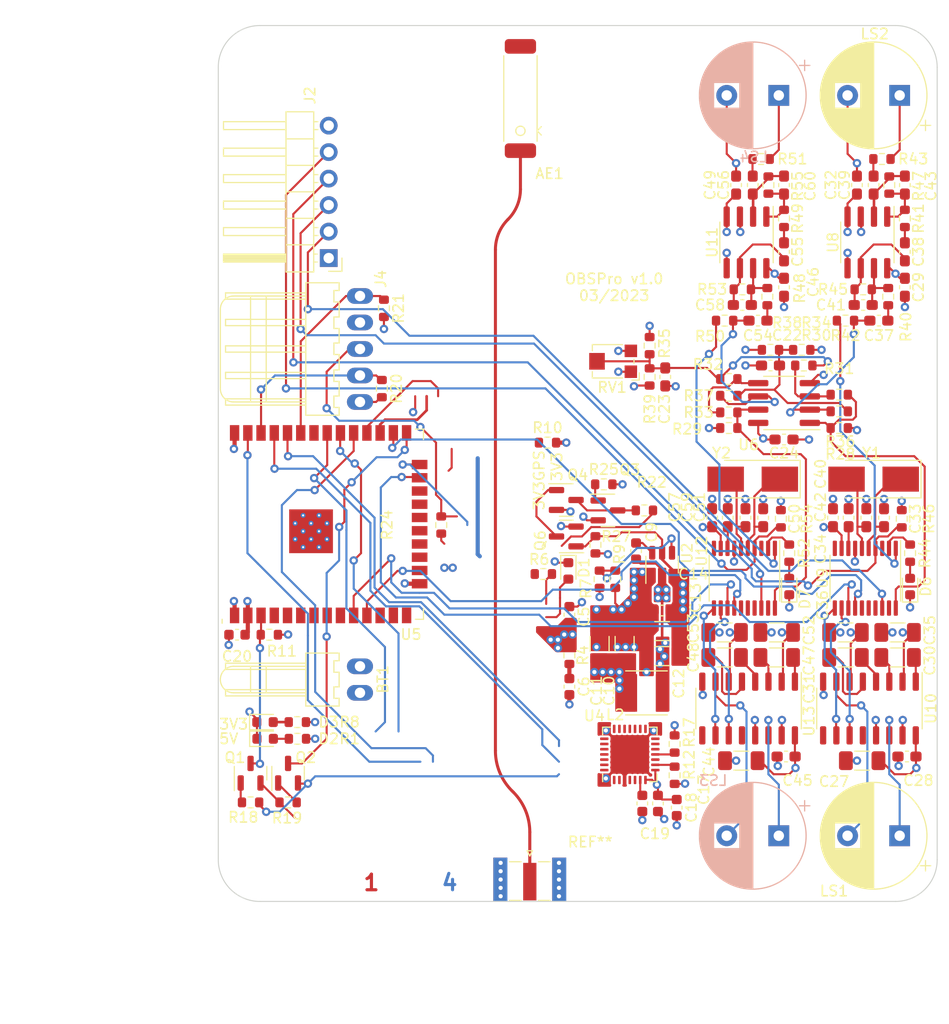
<source format=kicad_pcb>
(kicad_pcb (version 20211014) (generator pcbnew)
  (layers (0 "F.Cu" signal) (1 "In1.Cu" signal) (2 "In2.Cu" signal) (31 "B.Cu" signal) (34 "B.Paste" user) (35 "F.Paste" user) (36 "B.SilkS" user "B.Silkscreen") (37 "F.SilkS" user "F.Silkscreen") (38 "B.Mask" user) (39 "F.Mask" user) (44 "Edge.Cuts" user))
  (net 0 "")
  (net 1 "GND")
  (net 2 "+BATT")
  (net 3 "+5V")
  (net 4 "+USB")
  (net 5 "Net-(C6-Pad1)")
  (net 6 "+3V3")
  (net 7 "/Controller/VDD_USB")
  (net 8 "/Sensors/Vmid")
  (net 9 "/Sensors/Vref")
  (net 10 "+3V3GPS")
  (net 11 "/Sensors/Ultrasonic1/V+")
  (net 12 "/Sensors/Ultrasonic1/V-")
  (net 13 "/Sensors/Ultrasonic1/OSCIN")
  (net 14 "/Sensors/Ultrasonic1/OSCOUT")
  (net 15 "/Sensors/Ultrasonic1/SIGOUT")
  (net 16 "Net-(C30-Pad1)")
  (net 17 "Net-(C30-Pad2)")
  (net 18 "/Sensors/Ultrasonic2/V+")
  (net 19 "/Sensors/Ultrasonic2/V-")
  (net 20 "/Sensors/Ultrasonic2/OSCIN")
  (net 21 "/Sensors/Ultrasonic2/OSCOUT")
  (net 22 "/Sensors/Ultrasonic2/SIGOUT")
  (net 23 "Net-(C37-Pad1)")
  (net 24 "Net-(C55-Pad2)")
  (net 25 "Net-(D1-Pad2)")
  (net 26 "Net-(D2-Pad2)")
  (net 27 "Net-(D3-Pad2)")
  (net 28 "Net-(D4-Pad2)")
  (net 29 "Net-(D6-Pad2)")
  (net 30 "Net-(D7-Pad2)")
  (net 31 "USB_DP")
  (net 32 "USB_DN")
  (net 33 "/Controller/SCL")
  (net 34 "/Controller/BUTTON")
  (net 35 "/Controller/SDA")
  (net 36 "/Controller/SD_CMD")
  (net 37 "/Controller/SD_CLK")
  (net 38 "/Controller/SD_DAT0")
  (net 39 "/Sensors/SWIM1")
  (net 40 "/Sensors/SWIM2")
  (net 41 "/Sensors/NRST1")
  (net 42 "/Sensors/NRST2")
  (net 43 "Net-(LS1-Pad1)")
  (net 44 "Net-(LS1-Pad2)")
  (net 45 "Net-(LS2-Pad1)")
  (net 46 "Net-(LS3-Pad1)")
  (net 47 "Net-(LS3-Pad2)")
  (net 48 "Net-(LS4-Pad1)")
  (net 49 "Net-(Q1-Pad1)")
  (net 50 "/Controller/~USB_RTS")
  (net 51 "/Controller/EN")
  (net 52 "Net-(Q2-Pad1)")
  (net 53 "/Controller/~USB_DTR")
  (net 54 "/Controller/GPIO0")
  (net 55 "/Controller/BTN_PRESS")
  (net 56 "Net-(Q3-Pad3)")
  (net 57 "Net-(Q4-Pad1)")
  (net 58 "Net-(R6-Pad1)")
  (net 59 "Net-(C38-Pad1)")
  (net 60 "/Controller/USB_RX")
  (net 61 "Net-(R13-Pad1)")
  (net 62 "/Controller/USB_TX")
  (net 63 "Net-(R14-Pad1)")
  (net 64 "Net-(R15-Pad1)")
  (net 65 "Net-(R16-Pad1)")
  (net 66 "IP5306_BTN")
  (net 67 "/Controller/BTN_READ")
  (net 68 "/Sensors/Ultrasonic1/COMPIN")
  (net 69 "/Sensors/Ultrasonic2/COMPIN")
  (net 70 "/Sensors/Ultrasonic1/MUTE")
  (net 71 "/Sensors/Ultrasonic1/LED")
  (net 72 "/Sensors/Ultrasonic2/MUTE")
  (net 73 "/Sensors/Ultrasonic2/LED")
  (net 74 "Net-(C47-Pad1)")
  (net 75 "Net-(C47-Pad2)")
  (net 76 "Net-(C54-Pad1)")
  (net 77 "Net-(C55-Pad1)")
  (net 78 "Net-(R12-Pad2)")
  (net 79 "Net-(R17-Pad1)")
  (net 80 "Net-(R30-Pad2)")
  (net 81 "Net-(R32-Pad2)")
  (net 91 "TRIG2")
  (net 92 "ECHO2")
  (net 103 "TRIG1")
  (net 104 "ECHO1")
  (net 105 "GPS_TX")
  (net 106 "GPS_RX")
  (net 107 "/Controller/SD_CD")
  (net 120 "/Sensors/Ultrasonic1/TXN")
  (net 121 "/Sensors/Ultrasonic1/TXP")
  (net 124 "/Sensors/Ultrasonic2/TXN")
  (net 125 "/Sensors/Ultrasonic2/TXP")
  (net 129 "/Power Supply/VBST")
  (net 130 "/Power Supply/SW")
  (net 131 "/Sensors/ANT")
  (net 135 "Net-(C38-Pad2)")
  (net 144 "Net-(R7-Pad2)")
  (net 148 "Net-(C31-Pad1)")
  (net 149 "Net-(C31-Pad2)")
  (net 150 "Net-(C39-Pad1)")
  (net 151 "Net-(C39-Pad2)")
  (net 152 "Net-(C41-Pad2)")
  (net 153 "Net-(C42-Pad1)")
  (net 154 "Net-(C43-Pad2)")
  (net 155 "Net-(C48-Pad1)")
  (net 156 "Net-(C48-Pad2)")
  (net 157 "Net-(C56-Pad1)")
  (net 158 "Net-(C56-Pad2)")
  (net 159 "Net-(C58-Pad2)")
  (net 160 "Net-(C59-Pad1)")
  (net 161 "Net-(C60-Pad2)")
  (footprint "Resistor_SMD:R_0603_1608Metric" (layer "F.Cu") (at 174.8 86.6 -90)
    (property "Reference" "R?")
    (property "Value" "1k")
    (fp_text reference "R52")
    (fp_text value "1k")
  )
  (footprint "Capacitor_SMD:C_0603_1608Metric_Pad1.08x0.95mm_HandSolder" (layer "F.Cu") (at 174.5 106.1 180)
    (property "Reference" "C?")
    (property "Value" "100n")
    (fp_text reference "C45")
    (fp_text value "100n")
  )
  (footprint "Capacitor_SMD:C_0603_1608Metric_Pad1.08x0.95mm_HandSolder" (layer "F.Cu") (at 170.3 62.8)
    (property "Reference" "C?")
    (property "Value" "22p")
    (fp_text reference "C58")
    (fp_text value "10p")
  )
  (footprint "Resistor_SMD:R_0603_1608Metric" (layer "F.Cu") (at 123.1 110.5 180)
    (property "Reference" "R?")
    (property "Value" "10k")
    (fp_text reference "R18")
    (fp_text value "10k")
  )
  (footprint "Resistor_SMD:R_0603_1608Metric" (layer "F.Cu") (at 176.2 68.6 180)
    (property "Reference" "R?")
    (property "Value" "75k")
    (fp_text reference "R30")
    (fp_text value "6.8k")
  )
  (footprint "MountingHole:MountingHole_3.2mm_M3" (layer "F.Cu") (at 162 116)
    (fp_text reference "H3" hide)
    (fp_text value "MountingHole")
  )
  (footprint "Resistor_SMD:R_0603_1608Metric" (layer "F.Cu") (at 184.3 62 -90)
    (fp_text reference "R40")
    (fp_text value "6.8k")
  )
  (footprint "OBSPro:GPS1003" (layer "F.Cu") (at 149 43 180)
    (fp_text reference "AE1")
    (fp_text value "Antenna_Chip")
  )
  (footprint "Capacitor_SMD:C_0603_1608Metric_Pad1.08x0.95mm_HandSolder" (layer "F.Cu") (at 171.3 51.3 -90)
    (property "Reference" "C?")
    (property "Value" "10n")
    (fp_text reference "C56")
    (fp_text value "820p")
  )
  (footprint "Resistor_SMD:R_0603_1608Metric" (layer "F.Cu") (at 179.6 74.6)
    (property "Reference" "R?")
    (property "Value" "1k")
    (fp_text reference "R28")
    (fp_text value "1k")
  )
  (footprint "Capacitor_SMD:C_1206_3216Metric" (layer "F.Cu") (at 156.6 95.3 90)
    (fp_text reference "C11")
    (fp_text value "22u")
  )
  (footprint "Resistor_SMD:R_0603_1608Metric" (layer "F.Cu") (at 184.4 51.3 -90)
    (property "Reference" "R?")
    (property "Value" "75k")
    (fp_text reference "R47")
    (fp_text value "220k")
  )
  (footprint "Capacitor_SMD:C_0603_1608Metric" (layer "F.Cu") (at 121.8 94.42 180)
    (fp_text reference "C20")
    (fp_text value "100n")
  )
  (footprint "Resistor_SMD:R_0603_1608Metric" (layer "F.Cu") (at 183.7 48.8 180)
    (property "Reference" "R?")
    (property "Value" "6.8k")
    (fp_text reference "R43")
    (fp_text value "6.8k")
  )
  (footprint "Capacitor_SMD:C_1206_3216Metric_Pad1.33x1.80mm_HandSolder" (layer "F.Cu") (at 181.8 106.5 180)
    (fp_text reference "C27")
    (fp_text value "10u")
  )
  (footprint "Package_TO_SOT_SMD:SOT-23" (layer "F.Cu") (at 153.4 81.5)
    (fp_text reference "Q4")
    (fp_text value "2N7002")
  )
  (footprint "LED_SMD:LED_0603_1608Metric" (layer "F.Cu") (at 124.4875 102.8)
    (fp_text reference "D3")
    (fp_text value "LED")
  )
  (footprint "Resistor_SMD:R_0603_1608Metric" (layer "F.Cu") (at 186.4 86.6 -90)
    (property "Reference" "R?")
    (property "Value" "1k")
    (fp_text reference "R44")
    (fp_text value "1k")
  )
  (footprint "Resistor_SMD:R_0603_1608Metric" (layer "F.Cu") (at 153.7 96.4 -90)
    (property "Reference" "R?")
    (property "Value" "2")
    (fp_text reference "R4")
    (fp_text value "2")
  )
  (footprint "Connector_PinHeader_2.54mm:PinHeader_1x06_P2.54mm_Horizontal" (layer "F.Cu") (at 130.6 58.3 180)
    (fp_text reference "J4")
    (fp_text value "PROG")
  )
  (footprint "Capacitor_SMD:C_0603_1608Metric" (layer "F.Cu") (at 164 111 -90)
    (fp_text reference "C17")
    (fp_text value "1u")
  )
  (footprint "Resistor_SMD:R_0603_1608Metric" (layer "F.Cu") (at 169 69.9)
    (property "Reference" "R?")
    (property "Value" "75k")
    (fp_text reference "R32")
    (fp_text value "6.8k")
  )
  (footprint "Resistor_SMD:R_0603_1608Metric" (layer "F.Cu") (at 174 83.3 90)
    (property "Reference" "R?")
    (property "Value" "4.7k")
    (fp_text reference "R54")
    (fp_text value "4.7k")
  )
  (footprint "Capacitor_SMD:C_1206_3216Metric_Pad1.33x1.80mm_HandSolder" (layer "F.Cu") (at 173.6 94.2 180)
    (fp_text reference "C52")
    (fp_text value "10u")
  )
  (footprint "Capacitor_SMD:C_0603_1608Metric_Pad1.08x0.95mm_HandSolder" (layer "F.Cu") (at 181.9 62.8)
    (property "Reference" "C?")
    (property "Value" "22p")
    (fp_text reference "C41")
    (fp_text value "10p")
  )
  (footprint "Resistor_SMD:R_0603_1608Metric" (layer "F.Cu") (at 151.2 88.6 180)
    (property "Reference" "R?")
    (property "Value" "1k")
    (fp_text reference "R6")
    (fp_text value "1k")
  )
  (footprint "Capacitor_SMD:C_0603_1608Metric" (layer "F.Cu") (at 160.7 110.6 -90)
    (fp_text reference "C19")
    (fp_text value "100n")
  )
  (footprint "Resistor_SMD:R_0603_1608Metric" (layer "F.Cu") (at 161.4 66.7 -90)
    (property "Reference" "R4")
    (property "Value" "1k")
    (fp_text reference "R35")
    (fp_text value "1k")
  )
  (footprint "Resistor_SMD:R_0603_1608Metric" (layer "F.Cu") (at 169 73.1)
    (property "Reference" "R?")
    (property "Value" "R_Small")
    (fp_text reference "R33")
    (fp_text value "68k")
  )
  (footprint "Capacitor_SMD:C_0603_1608Metric_Pad1.08x0.95mm_HandSolder" (layer "F.Cu") (at 174.3 75.7)
    (fp_text reference "C24")
    (fp_text value "100n")
  )
  (footprint "Resistor_SMD:R_0603_1608Metric" (layer "F.Cu") (at 169 74.6 180)
    (property "Reference" "R?")
    (property "Value" "1k")
    (fp_text reference "R29")
    (fp_text value "1k")
  )
  (footprint "Capacitor_SMD:C_0603_1608Metric_Pad1.08x0.95mm_HandSolder" (layer "F.Cu") (at 182.2 83.2 90)
    (fp_text reference "C34")
    (fp_text value "18p")
  )
  (footprint "Resistor_SMD:R_0603_1608Metric" (layer "F.Cu") (at 172.7 62 -90)
    (fp_text reference "R48")
    (fp_text value "6.8k")
  )
  (footprint "Package_TO_SOT_SMD:SOT-23" (layer "F.Cu") (at 153.4 85 180)
    (fp_text reference "Q6")
    (fp_text value "2N7002")
  )
  (footprint "Resistor_SMD:R_0603_1608Metric" (layer "F.Cu") (at 135.9 63.12 90)
    (fp_text reference "R21")
    (fp_text value "1.1k")
  )
  (footprint "Resistor_SMD:R_0603_1608Metric" (layer "F.Cu") (at 185.6 83.3 90)
    (property "Reference" "R?")
    (property "Value" "4.7k")
    (fp_text reference "R46")
    (fp_text value "4.7k")
  )
  (footprint "Resistor_SMD:R_0603_1608Metric" (layer "F.Cu") (at 126.7 110.5)
    (fp_text reference "R19")
    (fp_text value "10k")
  )
  (footprint "Capacitor_SMD:C_0603_1608Metric_Pad1.08x0.95mm_HandSolder" (layer "F.Cu") (at 173 68.6 180)
    (property "Reference" "C10")
    (property "Value" "100n")
    (fp_text reference "C22")
    (fp_text value "100n")
  )
  (footprint "Resistor_SMD:R_0603_1608Metric" (layer "F.Cu") (at 151.6 76)
    (fp_text reference "R10")
    (fp_text value "0R")
  )
  (footprint "Inductor_SMD:L_Vishay_IFSC-1515AH_4x4x1.8mm" (layer "F.Cu") (at 161.1 100 180)
    (fp_text reference "L2")
    (fp_text value "3.3u")
  )
  (footprint "Resistor_SMD:R_0603_1608Metric" (layer "F.Cu") (at 181.9 61.3)
    (property "Reference" "R?")
    (property "Value" "75k")
    (fp_text reference "R45")
    (fp_text value "220k")
  )
  (footprint "Resistor_SMD:R_0603_1608Metric" (layer "F.Cu") (at 176 67.1 180)
    (property "Reference" "R4")
    (property "Value" "1k")
    (fp_text reference "R34")
    (fp_text value "1k")
  )
  (footprint "Capacitor_SMD:C_0603_1608Metric_Pad1.08x0.95mm_HandSolder" (layer "F.Cu") (at 168.9 83.2 90)
    (fp_text reference "C59")
    (fp_text value "1u")
  )
  (footprint "Resistor_SMD:R_0603_1608Metric" (layer "F.Cu") (at 161.4 69.7 -90)
    (property "Reference" "R6")
    (property "Value" "1k")
    (fp_text reference "R39")
    (fp_text value "1k")
  )
  (footprint "Package_SO:SO-16_3.9x9.9mm_P1.27mm" (layer "F.Cu") (at 170.9 101.5 -90)
    (fp_text reference "U13")
    (fp_text value "MAX202")
  )
  (footprint "Capacitor_SMD:C_0603_1608Metric_Pad1.08x0.95mm_HandSolder" (layer "F.Cu") (at 170.6 83.2 90)
    (fp_text reference "C51")
    (fp_text value "18p")
  )
  (footprint "Resistor_SMD:R_0603_1608Metric" (layer "F.Cu") (at 124.9 94.42)
    (fp_text reference "R11")
    (fp_text value "10k")
  )
  (footprint "Resistor_SMD:R_0603_1608Metric" (layer "F.Cu") (at 172.8 51.3 -90)
    (property "Reference" "R?")
    (property "Value" "75k")
    (fp_text reference "R55")
    (fp_text value "220k")
  )
  (footprint "LED_SMD:LED_0603_1608Metric" (layer "F.Cu") (at 153.6 88.3 -90)
    (fp_text reference "D1")
    (fp_text value "LED")
  )
  (footprint "Resistor_SMD:R_0603_1608Metric" (layer "F.Cu") (at 170.3 61.3)
    (property "Reference" "R?")
    (property "Value" "75k")
    (fp_text reference "R53")
    (fp_text value "220k")
  )
  (footprint "LED_SMD:LED_0603_1608Metric" (layer "F.Cu") (at 186.4 89.8 90)
    (fp_text reference "D6")
    (fp_text value "LED")
  )
  (footprint "Resistor_SMD:R_0603_1608Metric" (layer "F.Cu") (at 127.5875 102.8 180)
    (property "Reference" "R?")
    (property "Value" "1k")
    (fp_text reference "R8")
    (fp_text value "1k")
  )
  (footprint "Capacitor_SMD:C_0603_1608Metric_Pad1.08x0.95mm_HandSolder" (layer "F.Cu") (at 181.3 51.3 -90)
    (property "Reference" "C?")
    (property "Value" "100n")
    (fp_text reference "C32")
    (fp_text value "100n")
  )
  (footprint "MountingHole:MountingHole_3.2mm_M3" (layer "F.Cu") (at 185 73)
    (fp_text reference "H4" hide)
    (fp_text value "MountingHole")
  )
  (footprint "Capacitor_SMD:C_1206_3216Metric_Pad1.33x1.80mm_HandSolder" (layer "F.Cu") (at 168.6 96.6 180)
    (property "Reference" "C6")
    (property "Value" "1u")
    (fp_text reference "C48")
    (fp_text value "10u")
  )
  (footprint "Resistor_SMD:R_0603_1608Metric" (layer "F.Cu") (at 173 67.1 180)
    (property "Reference" "R6")
    (property "Value" "1k")
    (fp_text reference "R38")
    (fp_text value "1k")
  )
  (footprint "Resistor_SMD:R_0603_1608Metric" (layer "F.Cu") (at 180.2 64.3 180)
    (property "Reference" "R?")
    (property "Value" "75k")
    (fp_text reference "R42")
    (fp_text value "6.8k")
  )
  (footprint "Capacitor_SMD:C_0603_1608Metric" (layer "F.Cu") (at 153.7 92.5 90)
    (fp_text reference "C5")
    (fp_text value "10u")
  )
  (footprint "Resistor_SMD:R_0603_1608Metric" (layer "F.Cu") (at 179.6 71.4)
    (property "Reference" "R?")
    (property "Value" "R_Small")
    (fp_text reference "R31")
    (fp_text value "68k")
  )
  (footprint "OBSPro:PSS-254-5W" (layer "F.Cu") (at 133.6 67.02 90)
    (property "Reference" "J?")
    (property "Value" "BTN_DISP")
    (fp_text reference "J2")
    (fp_text value "BTN_DISP")
  )
  (footprint "Capacitor_SMD:C_0603_1608Metric" (layer "F.Cu") (at 162.2 110.6 -90)
    (property "Reference" "C?")
    (property "Value" "100n")
    (fp_text reference "C18")
    (fp_text value "100n")
  )
  (footprint "Package_TO_SOT_SMD:SOT-23" (layer "F.Cu") (at 157.4 82.5)
    (fp_text reference "Q3")
    (fp_text value "2N7002")
  )
  (footprint "Package_SO:TSSOP-20_4.4x6.5mm_P0.65mm" (layer "F.Cu") (at 170.5 89 -90)
    (fp_text reference "U12")
    (fp_text value "STM8S003F3P")
  )
  (footprint "Resistor_SMD:R_0603_1608Metric" (layer "F.Cu") (at 179.6 73 180)
    (property "Reference" "R?")
    (property "Value" "3.3M")
    (fp_text reference "R36")
    (fp_text value "220k")
  )
  (footprint "Resistor_SMD:R_0603_1608Metric" (layer "F.Cu") (at 156.2 85.8 -90)
    (fp_text reference "R27")
    (fp_text value "10k")
  )
  (footprint "Capacitor_SMD:C_0603_1608Metric" (layer "F.Cu") (at 153.7 99.4 -90)
    (fp_text reference "C6")
    (fp_text value "10u")
  )
  (footprint "LED_SMD:LED_0603_1608Metric" (layer "F.Cu") (at 174.8 89.8 90)
    (fp_text reference "D7")
    (fp_text value "LED")
  )
  (footprint "Capacitor_SMD:C_0603_1608Metric_Pad1.08x0.95mm_HandSolder" (layer "F.Cu") (at 169.7 51.3 -90)
    (property "Reference" "C?")
    (property "Value" "100n")
    (fp_text reference "C49")
    (fp_text value "100n")
  )
  (footprint "Capacitor_THT:CP_Radial_D10.0mm_P5.00mm" (layer "F.Cu") (at 185.4 113.7 180)
    (property "Reference" "LS?")
    (property "Value" "Speaker")
    (fp_text reference "LS1")
    (fp_text value "Speaker")
  )
  (footprint "Capacitor_SMD:C_0603_1608Metric_Pad1.08x0.95mm_HandSolder" (layer "F.Cu") (at 174.3 57.7 -90)
    (property "Reference" "C?")
    (property "Value" "1n")
    (fp_text reference "C55")
    (fp_text value "820p")
  )
  (footprint "Capacitor_SMD:C_1206_3216Metric_Pad1.33x1.80mm_HandSolder" (layer "F.Cu") (at 180.2 96.6 180)
    (property "Reference" "C6")
    (property "Value" "1u")
    (fp_text reference "C31")
    (fp_text value "10u")
  )
  (footprint "MountingHole:MountingHole_3.2mm_M3" (layer "F.Cu") (at 124 40)
    (fp_text reference "H2" hide)
    (fp_text value "MountingHole")
  )
  (footprint "OBSPro:PSS-254-2W" (layer "F.Cu") (at 133.6 98.72 90)
    (fp_text reference "BT1")
    (fp_text value "LiPo")
  )
  (footprint "Crystal:Crystal_SMD_5032-2Pin_5.0x3.2mm_HandSoldering" (layer "F.Cu") (at 182.9 79.5 180)
    (property "Reference" "Y?")
    (property "Value" "Crystal")
    (fp_text reference "Y1")
    (fp_text value "8MHz")
  )
  (footprint "Resistor_SMD:R_0603_1608Metric" (layer "F.Cu") (at 156.6 89.1 90)
    (fp_text reference "R7")
    (fp_text value "33.2k")
  )
  (footprint "Package_TO_SOT_SMD:SOT-23" (layer "F.Cu") (at 126.7 107.7 90)
    (fp_text reference "Q2")
    (fp_text value "S8050")
  )
  (footprint "Capacitor_SMD:C_0603_1608Metric_Pad1.08x0.95mm_HandSolder" (layer "F.Cu") (at 183.4 64.3 180)
    (fp_text reference "C37")
    (fp_text value "820p")
  )
  (footprint "Capacitor_SMD:C_0603_1608Metric_Pad1.08x0.95mm_HandSolder" (layer "F.Cu") (at 186.1 106.1 180)
    (property "Reference" "C?")
    (property "Value" "100n")
    (fp_text reference "C28")
    (fp_text value "100n")
  )
  (footprint "Package_SO:SOIC-8_3.9x4.9mm_P1.27mm" (layer "F.Cu") (at 170.7 56.8 -90)
    (property "Reference" "U?")
    (property "Value" "NE5532")
    (fp_text reference "U11")
    (fp_text value "NE5532")
  )
  (footprint "Resistor_SMD:R_0603_1608Metric" (layer "F.Cu") (at 169 71.5 180)
    (property "Reference" "R?")
    (property "Value" "3.3M")
    (fp_text reference "R37")
    (fp_text value "220k")
  )
  (footprint "Capacitor_SMD:C_1206_3216Metric_Pad1.33x1.80mm_HandSolder" (layer "F.Cu") (at 185.2 94.2 180)
    (fp_text reference "C35")
    (fp_text value "10u")
  )
  (footprint "Capacitor_SMD:C_0603_1608Metric_Pad1.08x0.95mm_HandSolder" (layer "F.Cu") (at 171.8 64.3 180)
    (fp_text reference "C54")
    (fp_text value "820p")
  )
  (footprint "Capacitor_SMD:C_1206_3216Metric_Pad1.33x1.80mm_HandSolder" (layer "F.Cu") (at 180.2 94.2 180)
    (fp_text reference "C36")
    (fp_text value "10u")
  )
  (footprint "Package_SO:SOIC-8_3.9x4.9mm_P1.27mm" (layer "F.Cu") (at 174.3 72.2 180)
    (property "Reference" "U?")
    (property "Value" "LM393")
    (fp_text reference "U6")
    (fp_text value "LM393")
  )
  (footprint "Resistor_SMD:R_0603_1608Metric" (layer "F.Cu") (at 168.6 64.3 180)
    (property "Reference" "R?")
    (property "Value" "75k")
    (fp_text reference "R50")
    (fp_text value "6.8k")
  )
  (footprint "Resistor_SMD:R_0603_1608Metric" (layer "F.Cu") (at 127.6 104.4 180)
    (property "Reference" "R?")
    (property "Value" "1k")
    (fp_text reference "R1")
    (fp_text value "1k")
  )
  (footprint "Capacitor_SMD:C_0603_1608Metric_Pad1.08x0.95mm_HandSolder" (layer "F.Cu") (at 185.9 51.3 -90)
    (property "Reference" "C?")
    (property "Value" "22p")
    (fp_text reference "C43")
    (fp_text value "10p")
  )
  (footprint "Resistor_SMD:R_0603_1608Metric" (layer "F.Cu") (at 163.8 107.9 90)
    (property "Reference" "R?")
    (property "Value" "4.7k")
    (fp_text reference "R12")
    (fp_text value "4.7k")
  )
  (footprint "Capacitor_SMD:C_0603_1608Metric_Pad1.08x0.95mm_HandSolder" (layer "F.Cu") (at 162.9 69.7 -90)
    (property "Reference" "C10")
    (property "Value" "100n")
    (fp_text reference "C23")
    (fp_text value "100n")
  )
  (footprint "Resistor_SMD:R_0603_1608Metric" (layer "F.Cu") (at 135.7 70.82 90)
    (fp_text reference "R20")
    (fp_text value "1.1k")
  )
  (footprint "OBSPro:ESP32-WROOM-32" (layer "F.Cu") (at 129.815 83.82 90)
    (property "Reference" "U?")
    (property "Value" "ESP32-WROOM-32")
    (fp_text reference "U5")
    (fp_text value "ESP32-WROOM-32")
  )
  (footprint "Capacitor_SMD:C_0603_1608Metric_Pad1.08x0.95mm_HandSolder" (layer "F.Cu") (at 167.4 83.2 90)
    (property "Reference" "C?")
    (property "Value" "100n")
    (fp_text reference "C57")
    (fp_text value "100n")
  )
  (footprint "Capacitor_SMD:C_0603_1608Metric_Pad1.08x0.95mm_HandSolder" (layer "F.Cu") (at 174.3 61.1 -90)
    (property "Reference" "C?")
    (property "Value" "100n")
    (fp_text reference "C46")
    (fp_text value "100n")
  )
  (footprint "Capacitor_SMD:C_0603_1608Metric_Pad1.08x0.95mm_HandSolder" (layer "F.Cu") (at 182.9 51.3 -90)
    (property "Reference" "C?")
    (property "Value" "10n")
    (fp_text reference "C39")
    (fp_text value "820p")
  )
  (footprint "Resistor_SMD:R_0603_1608Metric" (layer "F.Cu") (at 174.3 54.5 -90)
    (property "Reference" "R?")
    (property "Value" "6.8k")
    (fp_text reference "R49")
    (fp_text value "6.8k")
  )
  (footprint "Capacitor_THT:CP_Radial_D10.0mm_P5.00mm" (layer "F.Cu") (at 185.4 42.7 180)
    (property "Reference" "LS?")
    (property "Value" "Speaker")
    (fp_text reference "LS2")
    (fp_text value "Speaker")
  )
  (footprint "Capacitor_SMD:C_1206_3216Metric" (layer "F.Cu") (at 159 95.3 90)
    (fp_text reference "C10")
    (fp_text value "22u")
  )
  (footprint "Package_TO_SOT_SMD:SOT-23-6" (layer "F.Cu") (at 162.6 87.7 90)
    (fp_text reference "U2")
    (fp_text value "TPS562201")
  )
  (footprint "Capacitor_SMD:C_0603_1608Metric_Pad1.08x0.95mm_HandSolder" (layer "F.Cu") (at 185.9 57.7 -90)
    (property "Reference" "C?")
    (property "Value" "1n")
    (fp_text reference "C38")
    (fp_text value "820p")
  )
  (footprint "Capacitor_SMD:C_1206_3216Metric" (layer "F.Cu") (at 162.6 94.07 180)
    (fp_text reference "C13")
    (fp_text value "22u")
  )
  (footprint "Capacitor_SMD:C_1206_3216Metric_Pad1.33x1.80mm_HandSolder" (layer "F.Cu") (at 168.6 94.2 180)
    (fp_text reference "C53")
    (fp_text value "10u")
  )
  (footprint "Package_SO:SOIC-8_3.9x4.9mm_P1.27mm" (layer "F.Cu") (at 182.3 56.8 -90)
    (property "Reference" "U?")
    (property "Value" "NE5532")
    (fp_text reference "U8")
    (fp_text value "NE5532")
  )
  (footprint "Package_TO_SOT_SMD:SOT-23" (layer "F.Cu") (at 123.1 107.7 90)
    (property "Reference" "Q?")
    (property "Value" "S8050")
    (fp_text reference "Q1")
    (fp_text value "S8050")
  )
  (footprint "LED_SMD:LED_0603_1608Metric" (layer "F.Cu") (at 124.5 104.4)
    (fp_text reference "D2")
    (fp_text value "LED")
  )
  (footprint "Capacitor_SMD:C_0603_1608Metric_Pad1.08x0.95mm_HandSolder" (layer "F.Cu") (at 179 83.2 90)
    (property "Reference" "C?")
    (property "Value" "100n")
    (fp_text reference "C40")
    (fp_text value "100n")
  )
  (footprint "Potentiometer_SMD:Potentiometer_Bourns_TC33X_Vertical" (layer "F.Cu") (at 157.8 68.2 180)
    (fp_text reference "RV1")
    (fp_text value "1k")
  )
  (footprint "Capacitor_SMD:C_0603_1608Metric" (layer "F.Cu") (at 162.6 92.1 180)
    (fp_text reference "C14")
    (fp_text value "100n")
  )
  (footprint "Package_SO:TSSOP-20_4.4x6.5mm_P0.65mm" (layer "F.Cu") (at 182.1 89 -90)
    (fp_text reference "U9")
    (fp_text value "STM8S003F3P")
  )
  (footprint "Capacitor_SMD:C_0603_1608Metric_Pad1.08x0.95mm_HandSolder" (layer "F.Cu") (at 180.5 83.2 90)
    (fp_text reference "C42")
    (fp_text value "1u")
  )
  (footprint "Capacitor_SMD:C_1206_3216Metric_Pad1.33x1.80mm_HandSolder" (layer "F.Cu") (at 173.6 96.6 180)
    (fp_text reference "C47")
    (fp_text value "10u")
  )
  (footprint "Resistor_SMD:R_0603_1608Metric" (layer "F.Cu") (at 163.8 104.9 90)
    (fp_text reference "R17")
    (fp_text value "10k")
  )
  (footprint "Capacitor_SMD:C_0603_1608Metric" (layer "F.Cu") (at 160.1 86.4 90)
    (fp_text reference "C9")
    (fp_text value "100n")
  )
  (footprint "Capacitor_SMD:C_0603_1608Metric_Pad1.08x0.95mm_HandSolder" (layer "F.Cu") (at 172.3 83.2 90)
    (fp_text reference "C50")
    (fp_text value "18p")
  )
  (footprint "Capacitor_SMD:C_0603_1608Metric_Pad1.08x0.95mm_HandSolder" (layer "F.Cu") (at 174.3 51.3 -90)
    (property "Reference" "C?")
    (property "Value" "22p")
    (fp_text reference "C60")
    (fp_text value "10p")
  )
  (footprint "Resistor_SMD:R_0603_1608Metric" (layer "F.Cu") (at 172.1 48.8 180)
    (property "Reference" "R?")
    (property "Value" "6.8k")
    (fp_text reference "R51")
    (fp_text value "6.8k")
  )
  (footprint "Resistor_SMD:R_0603_1608Metric" (layer "F.Cu") (at 157 80)
    (fp_text reference "R25")
    (fp_text value "10k")
  )
  (footprint "Capacitor_SMD:C_1206_3216Metric_Pad1.33x1.80mm_HandSolder" (layer "F.Cu") (at 170.2 106.5 180)
    (fp_text reference "C44")
    (fp_text value "10u")
  )
  (footprint "Capacitor_SMD:C_1206_3216Metric_Pad1.33x1.80mm_HandSolder" (layer "F.Cu") (at 185.2 96.6 180)
    (fp_text reference "C30")
    (fp_text value "10u")
  )
  (footprint "Capacitor_SMD:C_0603_1608Metric_Pad1.08x0.95mm_HandSolder" (layer "F.Cu") (at 183.9 83.2 90)
    (fp_text reference "C33")
    (fp_text value "18p")
  )
  (footprint "Capacitor_SMD:C_0603_1608Metric_Pad1.08x0.95mm_HandSolder" (layer "F.Cu") (at 185.9 61.1 -90)
    (property "Reference" "C?")
    (property "Value" "100n")
    (fp_text reference "C29")
    (fp_text value "100n")
  )
  (footprint "Capacitor_SMD:C_1206_3216Metric" (layer "F.Cu") (at 162.6 96.47 180)
    (fp_text reference "C12")
    (fp_text value "22u")
  )
  (footprint "Resistor_SMD:R_0603_1608Metric" (layer "F.Cu") (at 185.9 54.5 -90)
    (property "Reference" "R?")
    (property "Value" "6.8k")
    (fp_text reference "R41")
    (fp_text value "6.8k")
  )
  (footprint "MountingHole:MountingHole_3.2mm_M3" (layer "F.Cu") (at 124 116)
    (fp_text reference "H1" hide)
    (fp_text value "MountingHole")
  )
  (footprint "Package_DFN_QFN:QFN-28-1EP_5x5mm_P0.5mm_EP3.35x3.35mm" (layer "F.Cu") (at 159.5 105.9 90)
    (property "Reference" "U?")
    (property "Value" "CP2102N")
    (fp_text reference "U4")
    (fp_text value "CP2102N")
  )
  (footprint "Resistor_SMD:R_0603_1608Metric" (layer "F.Cu") (at 141.4 83.9 90)
    (fp_text reference "R24")
    (fp_text value "1k")
  )
  (footprint "Resistor_SMD:R_0603_1608Metric" (layer "F.Cu") (at 158.1 89.1 -90)
    (fp_text reference "R9")
    (fp_text value "10k")
  )
  (footprint "Resistor_SMD:R_0603_1608Metric" (layer "F.Cu") (at 160.9 82.5 180)
    (fp_text reference "R22")
    (fp_text value "10k")
  )
  (footprint "Connector_Coaxial:SMA_Samtec_SMA-J-P-X-ST-EM1_EdgeMount" (layer "F.Cu") (at 149.9 117.9)
    (fp_text reference "REF**")
    (fp_text value "SMA_Samtec_SMA-J-P-X-ST-EM1_EdgeMount")
  )
  (footprint "Package_SO:SO-16_3.9x9.9mm_P1.27mm" (layer "F.Cu") (at 182.5 101.5 -90)
    (fp_text reference "U10")
    (fp_text value "MAX202")
  )
  (footprint "Crystal:Crystal_SMD_5032-2Pin_5.0x3.2mm_HandSoldering" (layer "F.Cu") (at 171.3 79.5 180)
    (property "Reference" "Y?")
    (property "Value" "Crystal")
    (fp_text reference "Y2")
    (fp_text value "8MHz")
  )
  (footprint "Capacitor_THT:CP_Radial_D10.0mm_P5.00mm" (layer "B.Cu") (at 173.8 113.7 180)
    (property "Reference" "LS?")
    (property "Value" "Speaker")
    (fp_text reference "LS3")
    (fp_text value "Speaker")
  )
  (footprint "Capacitor_THT:CP_Radial_D10.0mm_P5.00mm" (layer "B.Cu") (at 173.8 42.7 180)
    (property "Reference" "LS?")
    (property "Value" "Speaker")
    (fp_text reference "LS4")
    (fp_text value "Speaker")
  )
  (gr_arc (start 185 36) (mid 187.828427 37.171573) (end 189 40) (layer "Edge.Cuts") (width 0.1))
  (gr_arc (start 189 116) (mid 187.828427 118.828427) (end 185 120) (layer "Edge.Cuts") (width 0.1))
  (gr_line (start 189 40) (end 189 116) (layer "Edge.Cuts") (width 0.1))
  (gr_line (start 185 120) (end 124 120) (layer "Edge.Cuts") (width 0.1))
  (gr_line (start 124 36) (end 185 36) (layer "Edge.Cuts") (width 0.1))
  (gr_arc (start 120 40) (mid 121.171573 37.171573) (end 124 36) (layer "Edge.Cuts") (width 0.1))
  (gr_line (start 120 116) (end 120 40) (layer "Edge.Cuts") (width 0.1))
  (gr_arc (start 124 120) (mid 121.171573 118.828427) (end 120 116) (layer "Edge.Cuts") (width 0.1))
  (gr_text "1" (at 134.7 118.2) (layer "F.Cu") (effects (font (size 1.5 1.5) (thickness 0.3))))
  (gr_text "4" (at 142.2 118.2) (layer "B.Cu") (effects (font (size 1.5 1.5) (thickness 0.3))))
  (gr_text "OBSPro v1.0\n03/2023" (at 158 61.1) (layer "F.SilkS") (effects (font (size 1 1))))
  (gr_text "3V3" (at 120 103) (layer "F.SilkS") (effects (font (size 1 1)) (justify left)))
  (gr_text "5V" (at 120 104.4) (layer "F.SilkS") (effects (font (size 1 1)) (justify left)))
  (gr_text "3V3" (at 152.5 78.3 90) (layer "F.SilkS") (effects (font (size 1 1))))
  (gr_text "3V3GPS" (at 150.8 79.6 90) (layer "F.SilkS") (effects (font (size 1 1))))
  (segment (start 173.6375 106.1) (end 173.6375 106.9375) (width 0.2) (layer "F.Cu") (net 1))
  (segment (start 181.7 54.36) (end 181.665 54.325) (width 0.2) (layer "F.Cu") (net 1))
  (segment (start 174.3 61.9625) (end 174.3 63) (width 0.2) (layer "F.Cu") (net 1))
  (segment (start 121.565 92.57) (end 121.565 91.265) (width 0.4) (layer "F.Cu") (net 1))
  (segment (start 185.9 61.9625) (end 185.9 63) (width 0.2) (layer "F.Cu") (net 1))
  (segment (start 180.5 82.3375) (end 180.5 81.4) (width 0.2) (layer "F.Cu") (net 1))
  (segment (start 181.125 86.1375) (end 181.125 87.375) (width 0.2) (layer "F.Cu") (net 1))
  (segment (start 121.565 75.07) (end 121.565 76.535) (width 0.4) (layer "F.Cu") (net 1))
  (segment (start 161.4 70.525) (end 159.975 70.525) (width 0.2) (layer "F.Cu") (net 1))
  (segment (start 185.675 102.625) (end 185.7 102.6) (width 0.2) (layer "F.Cu") (net 1))
  (segment (start 183.135 102.635) (end 183.1 102.6) (width 0.2) (layer "F.Cu") (net 1))
  (segment (start 174.075 102.625) (end 174.1 102.6) (width 0.2) (layer "F.Cu") (net 1))
  (segment (start 121.565 76.535) (end 121.5 76.6) (width 0.4) (layer "F.Cu") (net 1))
  (segment (start 153.65 82.45) (end 153.8 82.6) (width 0.2) (layer "F.Cu") (net 1))
  (segment (start 181.7 55.8) (end 181.7 54.36) (width 0.2) (layer "F.Cu") (net 1))
  (segment (start 139.325 89.53) (end 137.93 89.53) (width 0.4) (layer "F.Cu") (net 1))
  (segment (start 153.7 100.175) (end 153.7 101.1) (width 0.4) (layer "F.Cu") (net 1))
  (segment (start 181.3 50.4375) (end 181.3 49.2) (width 0.2) (layer "F.Cu") (net 1))
  (segment (start 158.1 91.4) (end 158.1 89.925) (width 0.2) (layer "F.Cu") (net 1))
  (segment (start 171.535 102.635) (end 171.5 102.6) (width 0.2) (layer "F.Cu") (net 1))
  (segment (start 172.175 67.1) (end 170.6 67.1) (width 0.2) (layer "F.Cu") (net 1))
  (segment (start 169.525 86.1375) (end 169.525 87.375) (width 0.2) (layer "F.Cu") (net 1))
  (segment (start 178.055 100.155) (end 178.1 100.2) (width 0.2) (layer "F.Cu") (net 1))
  (segment (start 172.3 82.3375) (end 172.3 81.4) (width 0.2) (layer "F.Cu") (net 1))
  (segment (start 170.6 82.3375) (end 170.6 81.4) (width 0.2) (layer "F.Cu") (net 1))
  (segment (start 154.3375 84.05) (end 152.95 84.05) (width 0.2) (layer "F.Cu") (net 1))
  (segment (start 152.4125 87.5125) (end 152.3 87.4) (width 0.2) (layer "F.Cu") (net 1))
  (segment (start 163.8625 70.5625) (end 163.9 70.6) (width 0.2) (layer "F.Cu") (net 1))
  (segment (start 121.565 91.265) (end 121.5 91.2) (width 0.4) (layer "F.Cu") (net 1))
  (segment (start 181.125 87.375) (end 181.1 87.4) (width 0.2) (layer "F.Cu") (net 1))
  (segment (start 137.93 89.53) (end 137.9 89.5) (width 0.4) (layer "F.Cu") (net 1))
  (segment (start 159.6 69.2) (end 158.4 69.2) (width 0.2) (layer "F.Cu") (net 1))
  (segment (start 185.675 104.075) (end 185.675 102.625) (width 0.2) (layer "F.Cu") (net 1))
  (segment (start 170.1 55.8) (end 170.1 54.36) (width 0.2) (layer "F.Cu") (net 1))
  (segment (start 121.025 95.375) (end 121 95.4) (width 0.2) (layer "F.Cu") (net 1))
  (segment (start 166.455 100.155) (end 166.5 100.2) (width 0.2) (layer "F.Cu") (net 1))
  (segment (start 138.9 72.8755) (end 138.7 73.0755) (width 0.2) (layer "F.Cu") (net 1))
  (segment (start 160.7 111.33) (end 160.7 112.2) (width 0.25) (layer "F.Cu") (net 1))
  (segment (start 173.6375 106.9375) (end 173.7 107) (width 0.2) (layer "F.Cu") (net 1))
  (segment (start 169.525 87.375) (end 169.5 87.4) (width 0.2) (layer "F.Cu") (net 1))
  (segment (start 178.1 69.5) (end 177.57 69.5) (width 0.2) (layer "F.Cu") (net 1))
  (segment (start 152.95 84.05) (end 152.9 84) (width 0.2) (layer "F.Cu") (net 1))
  (segment (start 123.7125 104.4) (end 123.7125 102.8125) (width 0.2) (layer "F.Cu") (net 1))
  (segment (start 182.2 82.3375) (end 182.2 81.4) (width 0.2) (layer "F.Cu") (net 1))
  (segment (start 179 82.3375) (end 179 81.4) (width 0.2) (layer "F.Cu") (net 1))
  (segment (start 157.825 80) (end 158.8 80) (width 0.2) (layer "F.Cu") (net 1))
  (segment (start 180.4 48.3) (end 181.3 49.2) (width 0.2) (layer "F.Cu") (net 1))
  (segment (start 170.6 68.6) (end 172.1375 68.6) (width 0.2) (layer "F.Cu") (net 1))
  (segment (start 163.8 104.075) (end 163.8 103.1) (width 0.2) (layer "F.Cu") (net 1))
  (segment (start 180.4 42.7) (end 180.4 48.3) (width 0.2) (layer "F.Cu") (net 1))
  (segment (start 162.2 111.5) (end 162.8 112.1) (width 0.25) (layer "F.Cu") (net 1))
  (segment (start 171.535 104.075) (end 171.535 102.635) (width 0.2) (layer "F.Cu") (net 1))
  (segment (start 123.7 102.5) (end 123.7 102.8) (width 0.2) (layer "F.Cu") (net 1))
  (segment (start 169.7 50.4375) (end 169.7 49.2) (width 0.2) (layer "F.Cu") (net 1))
  (segment (start 168.8 48.3) (end 169.7 49.2) (width 0.2) (layer "F.Cu") (net 1))
  (segment (start 178.055 98.925) (end 178.055 100.155) (width 0.2) (layer "F.Cu") (net 1))
  (segment (start 162.2 111.33) (end 162.2 111.5) (width 0.25) (layer "F.Cu") (net 1))
  (segment (start 157.325 86.625) (end 157.4 86.7) (width 0.2) (layer "F.Cu") (net 1))
  (segment (start 138.9 71.55) (end 138.9 72.8755) (width 0.2) (layer "F.Cu") (net 1))
  (segment (start 152.4625 82.45) (end 153.65 82.45) (width 0.2) (layer "F.Cu") (net 1))
  (segment (start 186.4 90.675) (end 186.4 91.8) (width 0.2) (layer "F.Cu") (net 1))
  (segment (start 174.8 90.675) (end 174.8 91.8) (width 0.2) (layer "F.Cu") (net 1))
  (segment (start 183.6375 94.2) (end 184.7 94.2) (width 0.2) (layer "F.Cu") (net 1))
  (segment (start 183.9 82.3375) (end 183.9 81.4) (width 0.2) (layer "F.Cu") (net 1))
  (segment (start 168.795 59.275) (end 168.795 57.805) (width 0.2) (layer "F.Cu") (net 1))
  (segment (start 156.2 86.625) (end 157.325 86.625) (width 0.2) (layer "F.Cu") (net 1))
  (segment (start 172.0375 94.2) (end 173.1 94.2) (width 0.2) (layer "F.Cu") (net 1))
  (segment (start 166.455 98.925) (end 166.455 100.155) (width 0.2) (layer "F.Cu") (net 1))
  (segment (start 180.2375 106.5) (end 181.3 106.5) (width 0.2) (layer "F.Cu") (net 1))
  (segment (start 177.57 69.5) (end 176.775 70.295) (width 0.2) (layer "F.Cu") (net 1))
  (segment (start 154.475 91.725) (end 154.9 91.3) (width 0.2) (layer "F.Cu") (net 1))
  (segment (start 167.0375 94.2) (end 168.1 94.2) (width 0.2) (layer "F.Cu") (net 1))
  (segment (start 167.4 82.3375) (end 167.4 81.4) (width 0.2) (layer "F.Cu") (net 1))
  (segment (start 155.04011 83.099817) (end 155.390293 83.45) (width 0.2) (layer "F.Cu") (net 1))
  (segment (start 121.025 94.42) (end 121.025 95.375) (width 0.2) (layer "F.Cu") (net 1))
  (segment (start 170.1 54.36) (end 170.065 54.325) (width 0.2) (layer "F.Cu") (net 1))
  (segment (start 159.975 70.525) (end 159.9 70.6) (width 0.2) (layer "F.Cu") (net 1))
  (segment (start 168.9 82.3375) (end 168.9 81.4) (width 0.2) (layer "F.Cu") (net 1))
  (segment (start 123 101.8) (end 123.7 102.5) (width 0.2) (layer "F.Cu") (net 1))
  (segment (start 175.1625 75.7) (end 176.7 75.7) (width 0.2) (layer "F.Cu") (net 1))
  (segment (start 185.2375 106.1) (end 185.2375 106.9375) (width 0.2) (layer "F.Cu") (net 1))
  (segment (start 158.7 92) (end 158.1 91.4) (width 0.2) (layer "F.Cu") (net 1))
  (segment (start 153.6 87.5125) (end 152.4125 87.5125) (width 0.2) (layer "F.Cu") (net 1))
  (segment (start 164 112.7) (end 164 111.775) (width 0.25) (layer "F.Cu") (net 1))
  (segment (start 178.6375 94.2) (end 179.7 94.2) (width 0.2) (layer "F.Cu") (net 1))
  (segment (start 168.795 57.805) (end 168.8 57.8) (width 0.2) (layer "F.Cu") (net 1))
  (segment (start 123.7125 102.8125) (end 123.7 102.8) (width 0.2) (layer "F.Cu") (net 1))
  (segment (start 180.395 59.275) (end 180.395 57.805) (width 0.2) (layer "F.Cu") (net 1))
  (segment (start 155.390293 83.45) (end 156.4625 83.45) (width 0.2) (layer "F.Cu") (net 1))
  (segment (start 162.9 70.5625) (end 163.8625 70.5625) (width 0.2) (layer "F.Cu") (net 1))
  (segment (start 180.395 57.805) (end 180.4 57.8) (width 0.2) (layer "F.Cu") (net 1))
  (segment (start 183.135 104.075) (end 183.135 102.635) (width 0.2) (layer "F.Cu") (net 1))
  (segment (start 168.6375 106.5) (end 169.7 106.5) (width 0.2) (layer "F.Cu") (net 1))
  (segment (start 168.8 42.7) (end 168.8 48.3) (width 0.2) (layer "F.Cu") (net 1))
  (segment (start 153.7 91.725) (end 154.475 91.725) (width 0.2) (layer "F.Cu") (net 1))
  (segment (start 174.075 104.075) (end 174.075 102.625) (width 0.2) (layer "F.Cu") (net 1))
  (segment (start 185.2375 106.9375) (end 185.3 107) (width 0.2) (layer "F.Cu") (net 1))
  (via (at 157.9 92) (size 0.8) (drill 0.4) (layers "F.Cu" "B.Cu") (net 1))
  (via (at 152.7 118.7) (size 0.8) (drill 0.4) (layers "F.Cu" "B.Cu") (net 1))
  (via (at 173.1 94.2) (size 0.8) (drill 0.4) (layers "F.Cu" "B.Cu") (net 1))
  (via (at 159.1 95.6) (size 0.8) (drill 0.4) (layers "F.Cu" "B.Cu") (net 1))
  (via (at 167.4 81.4) (size 0.8) (drill 0.4) (layers "F.Cu" "B.Cu") (net 1))
  (via (at 157.4 86.7) (size 0.8) (drill 0.4) (layers "F.Cu" "B.Cu") (net 1))
  (via (at 181.3 106.5) (size 0.8) (drill 0.4) (layers "F.Cu" "B.Cu") (net 1))
  (via (at 152.7 117.9) (size 0.8) (drill 0.4) (layers "F.Cu" "B.Cu") (net 1))
  (via (at 158.8 80) (size 0.8) (drill 0.4) (layers "F.Cu" "B.Cu") (net 1))
  (via (at 147.1 118.7) (size 0.8) (drill 0.4) (layers "F.Cu" "B.Cu") (net 1))
  (via (at 160.7 88.4) (size 0.8) (drill 0.4) (layers "F.Cu" "B.Cu") (net 1))
  (via (at 185.3 107) (size 0.8) (drill 0.4) (layers "F.Cu" "B.Cu") (net 1))
  (via (at 154.9 91.3) (size 0.8) (drill 0.4) (layers "F.Cu" "B.Cu") (net 1))
  (via (at 170.6 68.6) (size 0.8) (drill 0.4) (layers "F.Cu" "B.Cu") (net 1))
  (via (at 181.7 55.8) (size 0.8) (drill 0.4) (layers "F.Cu" "B.Cu") (net 1))
  (via (at 163.9 70.6) (size 0.8) (drill 0.4) (layers "F.Cu" "B.Cu") (net 1))
  (via (at 159.9 89.2) (size 0.8) (drill 0.4) (layers "F.Cu" "B.Cu") (net 1))
  (via (at 163.8 103.1) (size 0.8) (drill 0.4) (layers "F.Cu" "B.Cu") (net 1))
  (via (at 170.6 81.4) (size 0.8) (drill 0.4) (layers "F.Cu" "B.Cu") (net 1))
  (via (at 158.3 95.6) (size 0.8) (drill 0.4) (layers "F.Cu" "B.Cu") (net 1))
  (via (at 174.1 102.6) (size 0.8) (drill 0.4) (layers "F.Cu" "B.Cu") (net 1))
  (via (at 147.1 119.5) (size 0.8) (drill 0.4) (layers "F.Cu" "B.Cu") (net 1))
  (via (at 181.3 49.2) (size 0.8) (drill 0.4) (layers "F.Cu" "B.Cu") (net 1))
  (via (at 186.4 91.8) (size 0.8) (drill 0.4) (layers "F.Cu" "B.Cu") (net 1))
  (via (at 147.1 117.9) (size 0.8) (drill 0.4) (layers "F.Cu" "B.Cu") (net 1))
  (via (at 185.9 63) (size 0.8) (drill 0.4) (layers "F.Cu" "B.Cu") (net 1))
  (via (at 172.3 81.4) (size 0.8) (drill 0.4) (layers "F.Cu" "B.Cu") (net 1))
  (via (at 169.7 106.5) (size 0.8) (drill 0.4) (layers "F.Cu" "B.Cu") (net 1))
  (via (at 159.9 90.8) (size 0.8) (drill 0.4) (layers "F.Cu" "B.Cu") (net 1))
  (via (at 174.8 91.8) (size 0.8) (drill 0.4) (layers "F.Cu" "B.Cu") (net 1))
  (via (at 168.1 94.2) (size 0.8) (drill 0.4) (layers "F.Cu" "B.Cu") (net 1))
  (via (at 121.5 91.2) (size 0.8) (drill 0.4) (layers "F.Cu" "B.Cu") (net 1))
  (via (at 153.7 101.1) (size 0.8) (drill 0.4) (layers "F.Cu" "B.Cu") (net 1))
  (via (at 173.7 107) (size 0.8) (drill 0.4) (layers "F.Cu" "B.Cu") (net 1))
  (via (at 159.9 88.4) (size 0.8) (drill 0.4) (layers "F.Cu" "B.Cu") (net 1))
  (via (at 158.4 69.2) (size 0.8) (drill 0.4) (layers "F.Cu" "B.Cu") (net 1))
  (via (at 147.1 116.3) (size 0.8) (drill 0.4) (layers "F.Cu" "B.Cu") (net 1))
  (via (at 152.7 119.5) (size 0.8) (drill 0.4) (layers "F.Cu" "B.Cu") (net 1))
  (via (at 159.3 91.4) (size 0.8) (drill 0.4) (layers "F.Cu" "B.Cu") (net 1))
  (via (at 157.2 103.6) (size 0.8) (drill 0.4) (layers "F.Cu" "B.Cu") (net 1))
  (via (at 168.9 81.4) (size 0.8) (drill 0.4) (layers "F.Cu" "B.Cu") (net 1))
  (via (at 170.1 55.8) (size 0.8) (drill 0.4) (layers "F.Cu" "B.Cu") (net 1))
  (via (at 183.9 81.4) (size 0.8) (drill 0.4) (layers "F.Cu" "B.Cu") (net 1))
  (via (at 152.9 84) (size 0.8) (drill 0.4) (layers "F.Cu" "B.Cu") (net 1))
  (via (at 147.1 117.1) (size 0.8) (drill 0.4) (layers "F.Cu" "B.Cu") (net 1))
  (via (at 181.1 87.4) (size 0.8) (drill 0.4) (layers "F.Cu" "B.Cu") (net 1))
  (via (at 185.7 102.6) (size 0.8) (drill 0.4) (layers "F.Cu" "B.Cu") (net 1))
  (via (at 179 81.4) (size 0.8) (drill 0.4) (layers "F.Cu" "B.Cu") (net 1))
  (via (at 152.3 87.4) (size 0.8) (drill 0.4) (layers "F.Cu" "B.Cu") (net 1))
  (via (at 159.9 90) (size 0.8) (drill 0.4) (layers "F.Cu" "B.Cu") (net 1))
  (via (at 158.7 92) (size 0.8) (drill 0.4) (layers "F.Cu" "B.Cu") (net 1))
  (via (at 169.7 49.2) (size 0.8) (drill 0.4) (layers "F.Cu" "B.Cu") (net 1))
  (via (at 180.4 57.8) (size 0.8) (drill 0.4) (layers "F.Cu" "B.Cu") (net 1))
  (via (at 155.04011 83.099817) (size 0.8) (drill 0.4) (layers "F.Cu" "B.Cu") (net 1))
  (via (at 166.5 100.2) (size 0.8) (drill 0.4) (layers "F.Cu" "B.Cu") (net 1))
  (via (at 162.8 112.1) (size 0.8) (drill 0.4) (layers "F.Cu" "B.Cu") (net 1))
  (via (at 183.1 102.6) (size 0.8) (drill 0.4) (layers "F.Cu" "B.Cu") (net 1))
  (via (at 176.7 75.7) (size 0.8) (drill 0.4) (layers "F.Cu" "B.Cu") (net 1))
  (via (at 141.7 88) (size 0.8) (drill 0.4) (layers "F.Cu" "B.Cu") (net 1))
  (via (at 137.9 89.5) (size 0.8) (drill 0.4) (layers "F.Cu" "B.Cu") (net 1))
  (via (at 174.3 63) (size 0.8) (drill 0.4) (layers "F.Cu" "B.Cu") (net 1))
  (via (at 121.5 76.6) (size 0.8) (drill 0.4) (layers "F.Cu" "B.Cu") (net 1))
  (via (at 168.8 57.8) (size 0.8) (drill 0.4) (layers "F.Cu" "B.Cu") (net 1))
  (via (at 171.5 102.6) (size 0.8) (drill 0.4) (layers "F.Cu" "B.Cu") (net 1))
  (via (at 170.6 67.1) (size 0.8) (drill 0.4) (layers "F.Cu" "B.Cu") (net 1))
  (via (at 182.2 81.4) (size 0.8) (drill 0.4) (layers "F.Cu" "B.Cu") (net 1))
  (via (at 138.7 73.0755) (size 0.8) (drill 0.4) (layers "F.Cu" "B.Cu") (net 1))
  (via (at 179.7 94.2) (size 0.8) (drill 0.4) (layers "F.Cu" "B.Cu") (net 1))
  (via (at 157.2 108.2) (size 0.8) (drill 0.4) (layers "F.Cu" "B.Cu") (net 1))
  (via (at 178.1 69.5) (size 0.8) (drill 0.4) (layers "F.Cu" "B.Cu") (net 1))
  (via (at 152.7 117.1) (size 0.8) (drill 0.4) (layers "F.Cu" "B.Cu") (net 1))
  (via (at 184.7 94.2) (size 0.8) (drill 0.4) (layers "F.Cu" "B.Cu") (net 1))
  (via (at 153.8 82.6) (size 0.8) (drill 0.4) (layers "F.Cu" "B.Cu") (net 1))
  (via (at 156.3 92) (size 0.8) (drill 0.4) (layers "F.Cu" "B.Cu") (net 1))
  (via (at 169.5 87.4) (size 0.8) (drill 0.4) (layers "F.Cu" "B.Cu") (net 1))
  (via (at 180.5 81.4) (size 0.8) (drill 0.4) (layers "F.Cu" "B.Cu") (net 1))
  (via (at 178.1 100.2) (size 0.8) (drill 0.4) (layers "F.Cu" "B.Cu") (net 1))
  (via (at 164 112.7) (size 0.8) (drill 0.4) (layers "F.Cu" "B.Cu") (net 1))
  (via (at 152.7 116.3) (size 0.8) (drill 0.4) (layers "F.Cu" "B.Cu") (net 1))
  (via (at 159.9 70.6) (size 0.8) (drill 0.4) (layers "F.Cu" "B.Cu") (net 1))
  (via (at 142.5 88) (size 0.8) (drill 0.4) (layers "F.Cu" "B.Cu") (net 1))
  (via (at 160.7 112.2) (size 0.8) (drill 0.4) (layers "F.Cu" "B.Cu") (net 1))
  (via (at 121 95.4) (size 0.8) (drill 0.4) (layers "F.Cu" "B.Cu") (net 1))
  (via (at 159.9 95.6) (size 0.8) (drill 0.4) (layers "F.Cu" "B.Cu") (net 1))
  (via (at 123 101.8) (size 0.8) (drill 0.4) (layers "F.Cu" "B.Cu") (net 1))
  (via (at 161.8 103.6) (size 0.8) (drill 0.4) (layers "F.Cu" "B.Cu") (net 1))
  (via (at 161.1 98) (size 0.8) (drill 0.4) (layers "F.Cu" "B.Cu") (net 1))
  (via (at 156.3 95.6) (size 0.8) (drill 0.4) (layers "F.Cu" "B.Cu") (net 1))
  (segment (start 141.4 84.725) (end 141.4 85.4) (width 0.2) (layer "F.Cu") (net 2))
  (segment (start 141.4 85.4) (end 141.7 85.7) (width 0.2) (layer "F.Cu") (net 2))
  (segment (start 144.9 77.5) (end 144.9 86.7) (width 0.4) (layer "B.Cu") (net 2))
  (segment (start 144.9 86.7) (end 145.1 86.9) (width 0.4) (layer "B.Cu") (net 2))
  (segment (start 172 106.5) (end 173.3 107.8) (width 0.2) (layer "F.Cu") (net 3))
  (segment (start 155.225 85.95) (end 156.2 84.975) (width 0.2) (layer "F.Cu") (net 3))
  (segment (start 162.6 86.5625) (end 162.6 87.2) (width 0.25) (layer "F.Cu") (net 3))
  (segment (start 171.7625 106.5) (end 172 106.5) (width 0.2) (layer "F.Cu") (net 3))
  (segment (start 158.7 84.6) (end 161.9 84.6) (width 0.2) (layer "F.Cu") (net 3))
  (segment (start 174.8 107.8) (end 175.4 107.2) (width 0.2) (layer "F.Cu") (net 3))
  (segment (start 173.3 107.8) (end 174.8 107.8) (width 0.2) (layer "F.Cu") (net 3))
  (segment (start 175.345 104.075) (end 175.345 106.0825) (width 0.2) (layer "F.Cu") (net 3))
  (segment (start 158.325 84.975) (end 158.7 84.6) (width 0.2) (layer "F.Cu") (net 3))
  (segment (start 186.4 107.8) (end 187 107.2) (width 0.2) (layer "F.Cu") (net 3))
  (segment (start 161.9 84.6) (end 162.6 85.3) (width 0.2) (layer "F.Cu") (net 3))
  (segment (start 128.425 104.4) (end 129.3 104.4) (width 0.2) (layer "F.Cu") (net 3))
  (segment (start 186.9625 107.1625) (end 187 107.2) (width 0.2) (layer "F.Cu") (net 3))
  (segment (start 175.3625 106.1) (end 175.3625 107.1625) (width 0.2) (layer "F.Cu") (net 3))
  (segment (start 156.2 84.975) (end 158.325 84.975) (width 0.2) (layer "F.Cu") (net 3))
  (segment (start 184.9 107.8) (end 186.4 107.8) (width 0.2) (layer "F.Cu") (net 3))
  (segment (start 186.945 104.075) (end 186.945 106.0825) (width 0.2) (layer "F.Cu") (net 3))
  (segment (start 162.6 85.3) (end 162.6 86.5625) (width 0.2) (layer "F.Cu") (net 3))
  (segment (start 186.945 106.0825) (end 186.9625 106.1) (width 0.2) (layer "F.Cu") (net 3))
  (segment (start 186.9625 106.1) (end 186.9625 107.1625) (width 0.2) (layer "F.Cu") (net 3))
  (segment (start 183.6 106.5) (end 184.9 107.8) (width 0.2) (layer "F.Cu") (net 3))
  (segment (start 162.6 87.2) (end 163.55 88.15) (width 0.25) (layer "F.Cu") (net 3))
  (segment (start 183.3625 106.5) (end 183.6 106.5) (width 0.2) (layer "F.Cu") (net 3))
  (segment (start 175.345 106.0825) (end 175.3625 106.1) (width 0.2) (layer "F.Cu") (net 3))
  (segment (start 163.55 88.15) (end 163.55 88.8375) (width 0.25) (layer "F.Cu") (net 3))
  (segment (start 154.3375 85.95) (end 155.225 85.95) (width 0.2) (layer "F.Cu") (net 3))
  (segment (start 175.3625 107.1625) (end 175.4 107.2) (width 0.2) (layer "F.Cu") (net 3))
  (via (at 164.6 91.2) (size 0.8) (drill 0.4) (layers "F.Cu" "B.Cu") (net 3))
  (via (at 164.6 89.6) (size 0.8) (drill 0.4) (layers "F.Cu" "B.Cu") (net 3))
  (via (at 129.3 104.4) (size 0.8) (drill 0.4) (layers "F.Cu" "B.Cu") (net 3))
  (via (at 164.6 92) (size 0.8) (drill 0.4) (layers "F.Cu" "B.Cu") (net 3))
  (via (at 164.6 90.4) (size 0.8) (drill 0.4) (layers "F.Cu" "B.Cu") (net 3))
  (via (at 175.4 107.2) (size 0.8) (drill 0.4) (layers "F.Cu" "B.Cu") (net 3))
  (via (at 187 107.2) (size 0.8) (drill 0.4) (layers "F.Cu" "B.Cu") (net 3))
  (segment (start 161.63 108.33) (end 162.1 108.8) (width 0.2) (layer "F.Cu") (net 4))
  (segment (start 162.6 110.225) (end 162.2 109.825) (width 0.2) (layer "F.Cu") (net 4))
  (segment (start 162.2 109.78) (end 162.2 108.9) (width 0.2) (layer "F.Cu") (net 4))
  (segment (start 161.95 107.38) (end 161.95 108.65) (width 0.2) (layer "F.Cu") (net 4))
  (segment (start 162.2 108.9) (end 162.1 108.8) (width 0.2) (layer "F.Cu") (net 4))
  (segment (start 161 108.33) (end 161.63 108.33) (width 0.2) (layer "F.Cu") (net 4))
  (segment (start 161.95 108.65) (end 162.1 108.8) (width 0.2) (layer "F.Cu") (net 4))
  (segment (start 164 110.225) (end 162.6 110.225) (width 0.2) (layer "F.Cu") (net 4))
  (via (at 154 94.4) (size 0.8) (drill 0.4) (layers "F.Cu" "B.Cu") (net 4))
  (via (at 152.6 95.7) (size 0.8) (drill 0.4) (layers "F.Cu" "B.Cu") (net 4))
  (via (at 152.6 94.9) (size 0.8) (drill 0.4) (layers "F.Cu" "B.Cu") (net 4))
  (via (at 151.9 94.9) (size 0.8) (drill 0.4) (layers "F.Cu" "B.Cu") (net 4))
  (via (at 162.1 108.8) (size 0.8) (drill 0.4) (layers "F.Cu" "B.Cu") (net 4))
  (via (at 153.2 94.4) (size 0.8) (drill 0.4) (layers "F.Cu" "B.Cu") (net 4))
  (segment (start 153.7 97.225) (end 153.7 98.625) (width 0.4) (layer "F.Cu") (net 5))
  (segment (start 122.835 92.57) (end 122.835 91.235) (width 0.4) (layer "F.Cu") (net 6))
  (segment (start 164.775 108.725) (end 164.8 108.7) (width 0.2) (layer "F.Cu") (net 6))
  (segment (start 179 84.0625) (end 179.825 84.8875) (width 0.2) (layer "F.Cu") (net 6))
  (segment (start 171.825 74.105) (end 171.825 75.125) (width 0.2) (layer "F.Cu") (net 6))
  (segment (start 161.4 65.875) (end 161.4 64.8) (width 0.2) (layer "F.Cu") (net 6))
  (segment (start 122.835 92.57) (end 122.835 94.16) (width 0.4) (layer "F.Cu") (net 6))
  (segment (start 173.4375 75.7) (end 172.4 75.7) (width 0.2) (layer "F.Cu") (net 6))
  (segment (start 179 84.0625) (end 178.1375 84.0625) (width 0.2) (layer "F.Cu") (net 6))
  (segment (start 133.5 72.1) (end 135.145 72.1) (width 0.2) (layer "F.Cu") (net 6))
  (segment (start 174 82.475) (end 174 81.6) (width 0.2) (layer "F.Cu") (net 6))
  (segment (start 185.6 82.475) (end 185.6 81.6) (width 0.2) (layer "F.Cu") (net 6))
  (segment (start 178.1375 84.0625) (end 178.1 84.1) (width 0.2) (layer "F.Cu") (net 6))
  (segment (start 168.225 84.8875) (end 168.225 86.1375) (width 0.2) (layer "F.Cu") (net 6))
  (segment (start 153.4 76) (end 152.425 76) (width 0.4) (layer "F.Cu") (net 6))
  (segment (start 180.425 74.6) (end 181.1 74.6) (width 0.2) (layer "F.Cu") (net 6))
  (segment (start 166.5375 84.0625) (end 166.5 84.1) (width 0.2) (layer "F.Cu") (net 6))
  (segment (start 135.9 63.945) (end 135.9 65.1) (width 0.2) (layer "F.Cu") (net 6))
  (segment (start 163.8 108.725) (end 164.775 108.725) (width 0.2) (layer "F.Cu") (net 6))
  (segment (start 168.175 74.6) (end 167.1 74.6) (width 0.2) (layer "F.Cu") (net 6))
  (segment (start 122.835 91.235) (end 122.8 91.2) (width 0.4) (layer "F.Cu") (net 6))
  (segment (start 125.725 94.42) (end 126.68 94.42) (width 0.2) (layer "F.Cu") (net 6))
  (segment (start 122.835 94.16) (end 122.575 94.42) (width 0.4) (layer "F.Cu") (net 6))
  (segment (start 135.145 72.1) (end 135.6 71.645) (width 0.2) (layer "F.Cu") (net 6))
  (segment (start 179.825 84.8875) (end 179.825 86.1375) (width 0.2) (layer "F.Cu") (net 6))
  (segment (start 159.6 67.2) (end 158.4 67.2) (width 0.2) (layer "F.Cu") (net 6))
  (segment (start 128.4125 102.8) (end 129.2875 102.8) (width 0.2) (layer "F.Cu") (net 6))
  (segment (start 167.4 84.0625) (end 166.5375 84.0625) (width 0.2) (layer "F.Cu") (net 6))
  (segment (start 172.4 75.7) (end 172.3 75.6) (width 0.2) (layer "F.Cu") (net 6))
  (segment (start 126.68 94.42) (end 126.7 94.4) (width 0.2) (layer "F.Cu") (net 6))
  (segment (start 156.6 90.8) (end 156.6 89.925) (width 0.2) (layer "F.Cu") (net 6))
  (segment (start 171.825 75.125) (end 172.3 75.6) (width 0.2) (layer "F.Cu") (net 6))
  (segment (start 176.825 67.1) (end 177.9 67.1) (width 0.2) (layer "F.Cu") (net 6))
  (segment (start 181.1 74.6) (end 181.3 74.8) (width 0.2) (layer "F.Cu") (net 6))
  (segment (start 167.4 84.0625) (end 168.225 84.8875) (width 0.2) (layer "F.Cu") (net 6))
  (via (at 158.4 67.2) (size 0.8) (drill 0.4) (layers "F.Cu" "B.Cu") (net 6))
  (via (at 156.9 98) (size 0.8) (drill 0.4) (layers "F.Cu" "B.Cu") (net 6))
  (via (at 135.9 65.1) (size 0.8) (drill 0.4) (layers "F.Cu" "B.Cu") (net 6))
  (via (at 153.4 76) (size 0.8) (drill 0.4) (layers "F.Cu" "B.Cu") (net 6))
  (via (at 181.3 74.8) (size 0.8) (drill 0.4) (layers "F.Cu" "B.Cu") (net 6))
  (via (at 177.9 67.1) (size 0.8) (drill 0.4) (layers "F.Cu" "B.Cu") (net 6))
  (via (at 157.7 98) (size 0.8) (drill 0.4) (layers "F.Cu" "B.Cu") (net 6))
  (via (at 172.3 75.6) (size 0.8) (drill 0.4) (layers "F.Cu" "B.Cu") (net 6))
  (via (at 185.6 81.6) (size 0.8) (drill 0.4) (layers "F.Cu" "B.Cu") (net 6))
  (via (at 158.5 99.6) (size 0.8) (drill 0.4) (layers "F.Cu" "B.Cu") (net 6))
  (via (at 166.5 84.1) (size 0.8) (drill 0.4) (layers "F.Cu" "B.Cu") (net 6))
  (via (at 129.2875 102.8) (size 0.8) (drill 0.4) (layers "F.Cu" "B.Cu") (net 6))
  (via (at 164.8 108.7) (size 0.8) (drill 0.4) (layers "F.Cu" "B.Cu") (net 6))
  (via (at 178.1 84.1) (size 0.8) (drill 0.4) (layers "F.Cu" "B.Cu") (net 6))
  (via (at 161.4 64.8) (size 0.8) (drill 0.4) (layers "F.Cu" "B.Cu") (net 6))
  (via (at 122.8 91.2) (size 0.8) (drill 0.4) (layers "F.Cu" "B.Cu") (net 6))
  (via (at 156.6 90.8) (size 0.8) (drill 0.4) (layers "F.Cu" "B.Cu") (net 6))
  (via (at 167.1 74.6) (size 0.8) (drill 0.4) (layers "F.Cu" "B.Cu") (net 6))
  (via (at 156.1 98) (size 0.8) (drill 0.4) (layers "F.Cu" "B.Cu") (net 6))
  (via (at 126.7 94.4) (size 0.8) (drill 0.4) (layers "F.Cu" "B.Cu") (net 6))
  (via (at 174 81.6) (size 0.8) (drill 0.4) (layers "F.Cu" "B.Cu") (net 6))
  (via (at 158.5 98.8) (size 0.8) (drill 0.4) (layers "F.Cu" "B.Cu") (net 6))
  (via (at 158.5 98) (size 0.8) (drill 0.4) (layers "F.Cu" "B.Cu") (net 6))
  (segment (start 160.5 109.625) (end 160.7 109.825) (width 0.2) (layer "F.Cu") (net 7))
  (segment (start 160.5 108.35) (end 160.5 109.625) (width 0.2) (layer "F.Cu") (net 7))
  (segment (start 173.825 67.1) (end 175.175 67.1) (width 0.2) (layer "F.Cu") (net 8))
  (segment (start 170.574298 70.925702) (end 173.374298 70.925702) (width 0.2) (layer "F.Cu") (net 8))
  (segment (start 173.825 68.5625) (end 173.8625 68.6) (width 0.2) (layer "F.Cu") (net 8))
  (segment (start 179.6 72.2) (end 174.648596 72.2) (width 0.2) (layer "F.Cu") (net 8))
  (segment (start 173.374298 70.925702) (end 173.8625 70.4375) (width 0.2) (layer "F.Cu") (net 8))
  (segment (start 169.9 71.6) (end 170.574298 70.925702) (width 0.2) (layer "F.Cu") (net 8))
  (segment (start 173.8625 70.4375) (end 173.8625 68.6) (width 0.2) (layer "F.Cu") (net 8))
  (segment (start 174.648596 72.2) (end 173.374298 70.925702) (width 0.2) (layer "F.Cu") (net 8))
  (segment (start 173.825 67.1) (end 173.825 68.5625) (width 0.2) (layer "F.Cu") (net 8))
  (segment (start 169.825 71.6) (end 169.9 71.6) (width 0.2) (layer "F.Cu") (net 8))
  (segment (start 180.425 73.025) (end 179.6 72.2) (width 0.2) (layer "F.Cu") (net 8))
  (segment (start 162.8625 68.875) (end 162.9 68.8375) (width 0.2) (layer "F.Cu") (net 9))
  (segment (start 161.4 68.875) (end 162.8625 68.875) (width 0.2) (layer "F.Cu") (net 9))
  (segment (start 161.4 67.525) (end 161.4 68.2) (width 0.2) (layer "F.Cu") (net 9))
  (segment (start 161.4 68.2) (end 161.4 68.875) (width 0.2) (layer "F.Cu") (net 9))
  (segment (start 177.025 68.6) (end 178.1 68.6) (width 0.2) (layer "F.Cu") (net 9))
  (segment (start 162.9 68.8375) (end 166.9125 68.8375) (width 0.2) (layer "F.Cu") (net 9))
  (segment (start 156.35 68.2) (end 161.4 68.2) (width 0.2) (layer "F.Cu") (net 9))
  (segment (start 178.1 68.6) (end 178.5 68.2) (width 0.2) (layer "F.Cu") (net 9))
  (segment (start 166.9125 68.8375) (end 168.175 70.1) (width 0.2) (layer "F.Cu") (net 9))
  (segment (start 168.175 69.825) (end 168.175 69.9) (width 0.2) (layer "F.Cu") (net 9))
  (segment (start 169.4 68.6) (end 168.175 69.825) (width 0.2) (layer "F.Cu") (net 9))
  (via (at 169.4 68.6) (size 0.8) (drill 0.4) (layers "F.Cu" "B.Cu") (net 9))
  (via (at 178.5 68.2) (size 0.8) (drill 0.4) (layers "F.Cu" "B.Cu") (net 9))
  (segment (start 169.4 68.6) (end 170.2 67.8) (width 0.2) (layer "B.Cu") (net 9))
  (segment (start 178.1 67.8) (end 178.5 68.2) (width 0.2) (layer "B.Cu") (net 9))
  (segment (start 170.2 67.8) (end 178.1 67.8) (width 0.2) (layer "B.Cu") (net 9))
  (segment (start 184.205 59.275) (end 184.475 59.275) (width 0.2) (layer "F.Cu") (net 11))
  (segment (start 185.8 98.8) (end 185.8 95.1625) (width 0.2) (layer "F.Cu") (net 11))
  (segment (start 184.475 59.275) (end 185 59.8) (width 0.2) (layer "F.Cu") (net 11))
  (segment (start 185.4375 60.2375) (end 185 59.8) (width 0.2) (layer "F.Cu") (net 11))
  (segment (start 186.7625 94.2) (end 185.7 94.2) (width 0.2) (layer "F.Cu") (net 11))
  (segment (start 185.9 60.2375) (end 185.4375 60.2375) (width 0.2) (layer "F.Cu") (net 11))
  (segment (start 185.8 95.1625) (end 186.7625 94.2) (width 0.2) (layer "F.Cu") (net 11))
  (segment (start 185.675 98.925) (end 185.8 98.8) (width 0.2) (layer "F.Cu") (net 11))
  (via (at 185 59.8) (size 0.8) (drill 0.4) (layers "F.Cu" "B.Cu") (net 11))
  (via (at 185.7 94.2) (size 0.8) (drill 0.4) (layers "F.Cu" "B.Cu") (net 11))
  (segment (start 180.395 55.795) (end 180.4 55.8) (width 0.2) (layer "F.Cu") (net 12))
  (segment (start 180.395 54.325) (end 180.395 53.0675) (width 0.2) (layer "F.Cu") (net 12))
  (segment (start 181.7625 94.2) (end 180.7 94.2) (width 0.2) (layer "F.Cu") (net 12))
  (segment (start 180.395 53.0675) (end 181.3 52.1625) (width 0.2) (layer "F.Cu") (net 12))
  (segment (start 181.7625 94.2) (end 180.7 95.2625) (width 0.2) (layer "F.Cu") (net 12))
  (segment (start 180.7 98.82) (end 180.595 98.925) (width 0.2) (layer "F.Cu") (net 12))
  (segment (start 180.7 95.2625) (end 180.7 98.82) (width 0.2) (layer "F.Cu") (net 12))
  (segment (start 180.395 54.325) (end 180.395 55.795) (width 0.2) (layer "F.Cu") (net 12))
  (via (at 180.7 94.2) (size 0.8) (drill 0.4) (layers "F.Cu" "B.Cu") (net 12))
  (via (at 180.4 55.8) (size 0.8) (drill 0.4) (layers "F.Cu" "B.Cu") (net 12))
  (segment (start 182.425 85.409314) (end 182.425 86.1375) (width 0.2) (layer "F.Cu") (net 13))
  (segment (start 184.7 79.5) (end 183.051756 81.148244) (width 0.2) (layer "F.Cu") (net 13))
  (segment (start 185.5 79.5) (end 184.7 79.5) (width 0.2) (layer "F.Cu") (net 13))
  (segment (start 183.9 84.0625) (end 183.066012 84.0625) (width 0.2) (layer "F.Cu") (net 13))
  (segment (start 183.051756 84.782558) (end 182.425 85.409314) (width 0.2) (layer "F.Cu") (net 13))
  (segment (start 183.051756 81.148244) (end 183.051756 84.048244) (width 0.2) (layer "F.Cu") (net 13))
  (segment (start 183.066012 84.0625) (end 183.051756 84.048244) (width 0.2) (layer "F.Cu") (net 13))
  (segment (start 183.051756 84.048244) (end 183.051756 84.782558) (width 0.2) (layer "F.Cu") (net 13))
  (segment (start 181.358986 84.0625) (end 181.348243 84.051757) (width 0.2) (layer "F.Cu") (net 14))
  (segment (start 181.348243 80.548243) (end 181.348243 84.051757) (width 0.2) (layer "F.Cu") (net 14))
  (segment (start 182.2 84.0625) (end 181.358986 84.0625) (width 0.2) (layer "F.Cu") (net 14))
  (segment (start 181.348243 84.051757) (end 181.348243 84.748243) (width 0.2) (layer "F.Cu") (net 14))
  (segment (start 181.348243 84.748243) (end 181.775 85.175) (width 0.2) (layer "F.Cu") (net 14))
  (segment (start 180.3 79.5) (end 181.348243 80.548243) (width 0.2) (layer "F.Cu") (net 14))
  (segment (start 181.775 85.175) (end 181.775 86.1375) (width 0.2) (layer "F.Cu") (net 14))
  (segment (start 178.51 72.835) (end 178.775 73.1) (width 0.2) (layer "F.Cu") (net 15))
  (segment (start 176.775 72.835) (end 178.51 72.835) (width 0.2) (layer "F.Cu") (net 15))
  (segment (start 175.165 72.835) (end 174.9 73.1) (width 0.2) (layer "F.Cu") (net 15))
  (segment (start 181 65.6) (end 181 64.325) (width 0.2) (layer "F.Cu") (net 15))
  (segment (start 182.5375 64.3) (end 181.025 64.3) (width 0.2) (layer "F.Cu") (net 15))
  (segment (start 176.775 72.835) (end 175.165 72.835) (width 0.2) (layer "F.Cu") (net 15))
  (segment (start 181 64.325) (end 181.025 64.3) (width 0.2) (layer "F.Cu") (net 15))
  (via (at 174.9 73.1) (size 0.8) (drill 0.4) (layers "F.Cu" "B.Cu") (net 15))
  (via (at 181 65.6) (size 0.8) (drill 0.4) (layers "F.Cu" "B.Cu") (net 15))
  (segment (start 174.9 73.1) (end 177.6 70.4) (width 0.2) (layer "B.Cu") (net 15))
  (segment (start 178.4 70.4) (end 181 67.8) (width 0.2) (layer "B.Cu") (net 15))
  (segment (start 181 67.8) (end 181 65.6) (width 0.2) (layer "B.Cu") (net 15))
  (segment (start 177.6 70.4) (end 178.4 70.4) (width 0.2) (layer "B.Cu") (net 15))
  (segment (start 186.945 96.7825) (end 186.945 98.925) (width 0.2) (layer "F.Cu") (net 16))
  (segment (start 186.7625 96.6) (end 186.945 96.7825) (width 0.2) (layer "F.Cu") (net 16))
  (segment (start 183.6375 96.6) (end 184.405 97.3675) (width 0.2) (layer "F.Cu") (net 17))
  (segment (start 184.405 97.3675) (end 184.405 98.925) (width 0.2) (layer "F.Cu") (net 17))
  (segment (start 172.875 59.275) (end 173.4 59.8) (width 0.2) (layer "F.Cu") (net 18))
  (segment (start 174.2 98.8) (end 174.2 95.1625) (width 0.2) (layer "F.Cu") (net 18))
  (segment (start 172.605 59.275) (end 172.875 59.275) (width 0.2) (layer "F.Cu") (net 18))
  (segment (start 174.075 98.925) (end 174.2 98.8) (width 0.2) (layer "F.Cu") (net 18))
  (segment (start 175.1625 94.2) (end 174.1 94.2) (width 0.2) (layer "F.Cu") (net 18))
  (segment (start 173.8375 60.2375) (end 173.4 59.8) (width 0.2) (layer "F.Cu") (net 18))
  (segment (start 174.2 95.1625) (end 175.1625 94.2) (width 0.2) (layer "F.Cu") (net 18))
  (segment (start 174.3 60.2375) (end 173.8375 60.2375) (width 0.2) (layer "F.Cu") (net 18))
  (via (at 173.4 59.8) (size 0.8) (drill 0.4) (layers "F.Cu" "B.Cu") (net 18))
  (via (at 174.1 94.2) (size 0.8) (drill 0.4) (layers "F.Cu" "B.Cu") (net 18))
  (segment (start 168.795 55.795) (end 168.8 55.8) (width 0.2) (layer "F.Cu") (net 19))
  (segment (start 170.1625 94.2) (end 169.1 95.2625) (width 0.2) (layer "F.Cu") (net 19))
  (segment (start 168.795 53.0675) (end 169.7 52.1625) (width 0.2) (layer "F.Cu") (net 19))
  (segment (start 169.1 95.2625) (end 169.1 98.82) (width 0.2) (layer "F.Cu") (net 19))
  (segment (start 168.795 54.325) (end 168.795 53.0675) (width 0.2) (layer "F.Cu") (net 19))
  (segment (start 168.795 54.325) (end 168.795 55.795) (width 0.2) (layer "F.Cu") (net 19))
  (segment (start 170.1625 94.2) (end 169.1 94.2) (width 0.2) (layer "F.Cu") (net 19))
  (segment (start 169.1 98.82) (end 168.995 98.925) (width 0.2) (layer "F.Cu") (net 19))
  (via (at 169.1 94.2) (size 0.8) (drill 0.4) (layers "F.Cu" "B.Cu") (net 19))
  (via (at 168.8 55.8) (size 0.8) (drill 0.4) (layers "F.Cu" "B.Cu") (net 19))
  (segment (start 171.466012 84.0625) (end 171.451756 84.048244) (width 0.2) (layer "F.Cu") (net 20))
  (segment (start 172.3 84.0625) (end 171.466012 84.0625) (width 0.2) (layer "F.Cu") (net 20))
  (segment (start 173.1 79.5) (end 171.451756 81.148244) (width 0.2) (layer "F.Cu") (net 20))
  (segment (start 170.825 85.409314) (end 170.825 86.1375) (width 0.2) (layer "F.Cu") (net 20))
  (segment (start 173.9 79.5) (end 173.1 79.5) (width 0.2) (layer "F.Cu") (net 20))
  (segment (start 171.451756 81.148244) (end 171.451756 84.048244) (width 0.2) (layer "F.Cu") (net 20))
  (segment (start 171.451756 84.782558) (end 170.825 85.409314) (width 0.2) (layer "F.Cu") (net 20))
  (segment (start 171.451756 84.048244) (end 171.451756 84.782558) (width 0.2) (layer "F.Cu") (net 20))
  (segment (start 170.6 84.0625) (end 169.758986 84.0625) (width 0.2) (layer "F.Cu") (net 21))
  (segment (start 168.7 79.5) (end 169.748243 80.548243) (width 0.2) (layer "F.Cu") (net 21))
  (segment (start 169.748243 84.051757) (end 169.748243 84.748243) (width 0.2) (layer "F.Cu") (net 21))
  (segment (start 169.748243 84.748243) (end 170.175 85.175) (width 0.2) (layer "F.Cu") (net 21))
  (segment (start 169.748243 80.548243) (end 169.748243 84.051757) (width 0.2) (layer "F.Cu") (net 21))
  (segment (start 170.175 85.175) (end 170.175 86.1375) (width 0.2) (layer "F.Cu") (net 21))
  (segment (start 169.758986 84.0625) (end 169.748243 84.051757) (width 0.2) (layer "F.Cu") (net 21))
  (segment (start 171.825 71.565) (end 171.335 71.565) (width 0.2) (layer "F.Cu") (net 22))
  (segment (start 169.4 64.325) (end 169.425 64.3) (width 0.2) (layer "F.Cu") (net 22))
  (segment (start 170.9375 64.3) (end 169.425 64.3) (width 0.2) (layer "F.Cu") (net 22))
  (segment (start 168.975 72.3) (end 168.175 71.5) (width 0.2) (layer "F.Cu") (net 22))
  (segment (start 171.335 71.565) (end 170.6 72.3) (width 0.2) (layer "F.Cu") (net 22))
  (segment (start 171.825 71.565) (end 172.865 71.565) (width 0.2) (layer "F.Cu") (net 22))
  (segment (start 172.865 71.565) (end 173.4 72.1) (width 0.2) (layer "F.Cu") (net 22))
  (segment (start 170.6 72.3) (end 168.975 72.3) (width 0.2) (layer "F.Cu") (net 22))
  (segment (start 169.4 65.6) (end 169.4 64.325) (width 0.2) (layer "F.Cu") (net 22))
  (via (at 173.4 72.1) (size 0.8) (drill 0.4) (layers "F.Cu" "B.Cu") (net 22))
  (via (at 169.4 65.6) (size 0.8) (drill 0.4) (layers "F.Cu" "B.Cu") (net 22))
  (segment (start 168.3 68.3) (end 168.3 66.7) (width 0.2) (layer "B.Cu") (net 22))
  (segment (start 168.3 70.1) (end 168.3 68.3) (width 0.2) (layer "B.Cu") (net 22))
  (segment (start 168.3 66.7) (end 169.4 65.6) (width 0.2) (layer "B.Cu") (net 22))
  (segment (start 170.3 72.1) (end 168.3 70.1) (width 0.2) (layer "B.Cu") (net 22))
  (segment (start 173.4 72.1) (end 170.3 72.1) (width 0.2) (layer "B.Cu") (net 22))
  (segment (start 184.3 62.825) (end 184.3 64.2625) (width 0.2) (layer "F.Cu") (net 23))
  (segment (start 184.3 64.2625) (end 184.2625 64.3) (width 0.2) (layer "F.Cu") (net 23))
  (segment (start 170.065 59.275) (end 170.065 60.71) (width 0.2) (layer "F.Cu") (net 24))
  (segment (start 174.3 58.3) (end 173 57) (width 0.2) (layer "F.Cu") (net 24))
  (segment (start 170.065 58.235) (end 170.065 59.275) (width 0.2) (layer "F.Cu") (net 24))
  (segment (start 170.065 60.71) (end 169.475 61.3) (width 0.2) (layer "F.Cu") (net 24))
  (segment (start 171.3 57) (end 170.065 58.235) (width 0.2) (layer "F.Cu") (net 24))
  (segment (start 174.3 58.5625) (end 174.3 58.3) (width 0.2) (layer "F.Cu") (net 24))
  (segment (start 169.475 61.3) (end 169.475 62.7625) (width 0.2) (layer "F.Cu") (net 24))
  (segment (start 169.475 62.7625) (end 169.4375 62.8) (width 0.2) (layer "F.Cu") (net 24))
  (segment (start 173 57) (end 171.3 57) (width 0.2) (layer "F.Cu") (net 24))
  (segment (start 152.8 90.8875) (end 152.8 89.8875) (width 0.2) (layer "F.Cu") (net 25))
  (segment (start 151.475 92.735) (end 152.465 92.735) (width 0.2) (layer "F.Cu") (net 25))
  (segment (start 152.465 92.735) (end 152.8 92.4) (width 0.2) (layer "F.Cu") (net 25))
  (segment (start 152.8 89.8875) (end 153.6 89.0875) (width 0.2) (layer "F.Cu") (net 25))
  (segment (start 152.8 92.4) (end 152.8 90.8875) (width 0.2) (layer "F.Cu") (net 25))
  (segment (start 126.775 104.4) (end 125.2875 104.4) (width 0.2) (layer "F.Cu") (net 26))
  (segment (start 126.73125 102.8) (end 125.24375 102.8) (width 0.25) (layer "F.Cu") (net 27))
  (segment (start 142.4 76.6) (end 142.4 78.4) (width 0.2) (layer "F.Cu") (net 28))
  (segment (start 142.4 78.4) (end 142.1 78.7) (width 0.2) (layer "F.Cu") (net 28))
  (segment (start 186.4 87.425) (end 186.4 88.925) (width 0.2) (layer "F.Cu") (net 29))
  (segment (start 174.8 87.425) (end 174.8 88.925) (width 0.2) (layer "F.Cu") (net 30))
  (segment (start 159.5 108.35) (end 159.524999 108.374999) (width 0.2) (layer "F.Cu") (net 31))
  (segment (start 160 108.35) (end 159.975001 108.374999) (width 0.2) (layer "F.Cu") (net 32))
  (segment (start 124.1 70.9) (end 124.105 70.905) (width 0.2) (layer "F.Cu") (net 33))
  (segment (start 133.5 69.56) (end 135.165 69.56) (width 0.2) (layer "F.Cu") (net 33))
  (segment (start 124.105 70.905) (end 124.105 75.07) (width 0.2) (layer "F.Cu") (net 33))
  (segment (start 135.165 69.56) (end 135.6 69.995) (width 0.2) (layer "F.Cu") (net 33))
  (via (at 124.1 70.9) (size 0.8) (drill 0.4) (layers "F.Cu" "B.Cu") (net 33))
  (segment (start 125.44 69.56) (end 124.1 70.9) (width 0.2) (layer "B.Cu") (net 33))
  (segment (start 133.5 69.56) (end 125.44 69.56) (width 0.2) (layer "B.Cu") (net 33))
  (segment (start 141.4 83.075) (end 142.9 83.075) (width 0.2) (layer "F.Cu") (net 34))
  (segment (start 130.4 69.2) (end 132.58 67.02) (width 0.2) (layer "F.Cu") (net 34))
  (segment (start 140.9 81) (end 141.4 81.5) (width 0.2) (layer "F.Cu") (net 34))
  (segment (start 132.58 67.02) (end 133.5 67.02) (width 0.2) (layer "F.Cu") (net 34))
  (segment (start 130.4 72.7) (end 130.4 69.2) (width 0.2) (layer "F.Cu") (net 34))
  (segment (start 139.4 74.5) (end 140.9 76) (width 0.2) (layer "F.Cu") (net 34))
  (segment (start 140.9 76) (end 140.9 81) (width 0.2) (layer "F.Cu") (net 34))
  (segment (start 141.4 81.5) (end 141.4 83.075) (width 0.2) (layer "F.Cu") (net 34))
  (via (at 130.4 72.7) (size 0.8) (drill 0.4) (layers "F.Cu" "B.Cu") (net 34))
  (via (at 139.4 74.5) (size 0.8) (drill 0.4) (layers "F.Cu" "B.Cu") (net 34))
  (segment (start 138.8 73.9) (end 131.6 73.9) (width 0.2) (layer "B.Cu") (net 34))
  (segment (start 139.4 74.5) (end 138.8 73.9) (width 0.2) (layer "B.Cu") (net 34))
  (segment (start 131.6 73.9) (end 130.4 72.7) (width 0.2) (layer "B.Cu") (net 34))
  (segment (start 132.26 61.94) (end 127.915 66.285) (width 0.2) (layer "F.Cu") (net 35))
  (segment (start 127.915 66.285) (end 127.915 75.07) (width 0.2) (layer "F.Cu") (net 35))
  (segment (start 135.9 62.295) (end 135.545 61.94) (width 0.2) (layer "F.Cu") (net 35))
  (segment (start 133.5 61.94) (end 132.26 61.94) (width 0.2) (layer "F.Cu") (net 35))
  (segment (start 135.545 61.94) (end 133.5 61.94) (width 0.2) (layer "F.Cu") (net 35))
  (segment (start 122.8 77.2) (end 122.835 77.165) (width 0.2) (layer "F.Cu") (net 36))
  (segment (start 122.835 77.165) (end 122.835 75.07) (width 0.2) (layer "F.Cu") (net 36))
  (via (at 122.8 77.2) (size 0.8) (drill 0.4) (layers "F.Cu" "B.Cu") (net 36))
  (segment (start 123.8 87.6) (end 122.8 86.6) (width 0.2) (layer "B.Cu") (net 36))
  (segment (start 128.6 92.4) (end 123.8 87.6) (width 0.2) (layer "B.Cu") (net 36))
  (segment (start 131.5 103.6) (end 128.6 100.7) (width 0.2) (layer "B.Cu") (net 36))
  (segment (start 128.6 100.7) (end 128.6 94.5) (width 0.2) (layer "B.Cu") (net 36))
  (segment (start 139.4 106.6) (end 134.5 106.6) (width 0.2) (layer "B.Cu") (net 36))
  (segment (start 128.6 94.5) (end 128.6 92.4) (width 0.2) (layer "B.Cu") (net 36))
  (segment (start 134.5 106.6) (end 131.5 103.6) (width 0.2) (layer "B.Cu") (net 36))
  (segment (start 122.8 86.6) (end 122.8 77.2) (width 0.2) (layer "B.Cu") (net 36))
  (segment (start 131.7 76.8) (end 131.7 75.095) (width 0.2) (layer "F.Cu") (net 37))
  (segment (start 131.7 75.095) (end 131.725 75.07) (width 0.2) (layer "F.Cu") (net 37))
  (segment (start 133.7 86.6) (end 133.7 78.6) (width 0.2) (layer "F.Cu") (net 37))
  (segment (start 133 87.3) (end 133.7 86.6) (width 0.2) (layer "F.Cu") (net 37))
  (segment (start 133.7 78.6) (end 133.1 78) (width 0.2) (layer "F.Cu") (net 37))
  (via (at 131.7 76.8) (size 0.8) (drill 0.4) (layers "F.Cu" "B.Cu") (net 37))
  (via (at 133 87.3) (size 0.8) (drill 0.4) (layers "F.Cu" "B.Cu") (net 37))
  (via (at 133.1 78) (size 0.8) (drill 0.4) (layers "F.Cu" "B.Cu") (net 37))
  (segment (start 133.1 78) (end 132.9 78) (width 0.2) (layer "B.Cu") (net 37))
  (segment (start 137.3 94.3) (end 137.3 103.7) (width 0.2) (layer "B.Cu") (net 37))
  (segment (start 133 90) (end 137.3 94.3) (width 0.2) (layer "B.Cu") (net 37))
  (segment (start 132.9 78) (end 131.7 76.8) (width 0.2) (layer "B.Cu") (net 37))
  (segment (start 133 87.3) (end 133 90) (width 0.2) (layer "B.Cu") (net 37))
  (segment (start 129.2 79.4) (end 130.455 78.145) (width 0.2) (layer "F.Cu") (net 38))
  (segment (start 130.455 78.145) (end 130.455 75.07) (width 0.2) (layer "F.Cu") (net 38))
  (via (at 129.2 79.4) (size 0.8) (drill 0.4) (layers "F.Cu" "B.Cu") (net 38))
  (segment (start 135.1 103.7) (end 136 102.8) (width 0.2) (layer "B.Cu") (net 38))
  (segment (start 136 95.6) (end 132.3 91.9) (width 0.2) (layer "B.Cu") (net 38))
  (segment (start 132.3 84.38207) (end 132.304502 84.377568) (width 0.2) (layer "B.Cu") (net 38))
  (segment (start 136 102.8) (end 136 95.6) (width 0.2) (layer "B.Cu") (net 38))
  (segment (start 132.304502 84.377568) (end 132.304502 82.504502) (width 0.2) (layer "B.Cu") (net 38))
  (segment (start 132.304502 82.504502) (end 129.2 79.4) (width 0.2) (layer "B.Cu") (net 38))
  (segment (start 132.3 91.9) (end 132.3 84.38207) (width 0.2) (layer "B.Cu") (net 38))
  (segment (start 183.725 91.8625) (end 183.725 90.525) (width 0.2) (layer "F.Cu") (net 39))
  (segment (start 128.6 57.76) (end 130.6 55.76) (width 0.2) (layer "F.Cu") (net 39))
  (segment (start 128.6 63.2) (end 128.6 57.76) (width 0.2) (layer "F.Cu") (net 39))
  (segment (start 183.725 90.525) (end 183.7 90.5) (width 0.2) (layer "F.Cu") (net 39))
  (via (at 183.7 90.5) (size 0.8) (drill 0.4) (layers "F.Cu" "B.Cu") (net 39))
  (via (at 128.6 63.2) (size 0.8) (drill 0.4) (layers "F.Cu" "B.Cu") (net 39))
  (segment (start 175 88.3) (end 176 87.3) (width 0.2) (layer "B.Cu") (net 39))
  (segment (start 179.9 87.3) (end 180.8 88.2) (width 0.2) (layer "B.Cu") (net 39))
  (segment (start 181.5 88.2) (end 183.7 90.4) (width 0.2) (layer "B.Cu") (net 39))
  (segment (start 180.8 88.2) (end 181.5 88.2) (width 0.2) (layer "B.Cu") (net 39))
  (segment (start 138.35 65.75) (end 135.8 63.2) (width 0.2) (layer "B.Cu") (net 39))
  (segment (start 128.6 63.2) (end 135.8 63.2) (width 0.2) (layer "B.Cu") (net 39))
  (segment (start 150.25 65.75) (end 172.8 88.3) (width 0.2) (layer "B.Cu") (net 39))
  (segment (start 183.7 90.4) (end 183.7 90.5) (width 0.2) (layer "B.Cu") (net 39))
  (segment (start 176 87.3) (end 179.9 87.3) (width 0.2) (layer "B.Cu") (net 39))
  (segment (start 150.25 65.75) (end 138.35 65.75) (width 0.2) (layer "B.Cu") (net 39))
  (segment (start 172.8 88.3) (end 175 88.3) (width 0.2) (layer "B.Cu") (net 39))
  (segment (start 127.9 55.92) (end 130.6 53.22) (width 0.2) (layer "F.Cu") (net 40))
  (segment (start 172 88.6) (end 172.125 88.725) (width 0.2) (layer "F.Cu") (net 40))
  (segment (start 127.9 65.1) (end 127.9 55.92) (width 0.2) (layer "F.Cu") (net 40))
  (segment (start 172.125 88.725) (end 172.125 91.8625) (width 0.2) (layer "F.Cu") (net 40))
  (via (at 127.9 65.1) (size 0.8) (drill 0.4) (layers "F.Cu" "B.Cu") (net 40))
  (via (at 172 88.6) (size 0.8) (drill 0.4) (layers "F.Cu" "B.Cu") (net 40))
  (segment (start 172.1 88.5) (end 172 88.6) (width 0.2) (layer "B.Cu") (net 40))
  (segment (start 128.5 65.7) (end 135.1 65.7) (width 0.2) (layer "B.Cu") (net 40))
  (segment (start 135.9 66.5) (end 150.3 66.5) (width 0.2) (layer "B.Cu") (net 40))
  (segment (start 127.9 65.1) (end 128.5 65.7) (width 0.2) (layer "B.Cu") (net 40))
  (segment (start 150.3 66.5) (end 172.1 88.3) (width 0.2) (layer "B.Cu") (net 40))
  (segment (start 135.1 65.7) (end 135.9 66.5) (width 0.2) (layer "B.Cu") (net 40))
  (segment (start 172.1 88.3) (end 172.1 88.5) (width 0.2) (layer "B.Cu") (net 40))
  (segment (start 178.2 88.3) (end 182.3 88.3) (width 0.2) (layer "F.Cu") (net 41))
  (segment (start 183.4 85) (end 184.26014 85) (width 0.2) (layer "F.Cu") (net 41))
  (segment (start 183.075 86.1375) (end 183.075 85.325) (width 0.2) (layer "F.Cu") (net 41))
  (segment (start 127.2 54.08) (end 130.6 50.68) (width 0.2) (layer "F.Cu") (net 41))
  (segment (start 184.26014 85) (end 185.13514 84.125) (width 0.2) (layer "F.Cu") (net 41))
  (segment (start 185.13514 84.125) (end 185.6 84.125) (width 0.2) (layer "F.Cu") (net 41))
  (segment (start 176.8 89.7) (end 178.2 88.3) (width 0.2) (layer "F.Cu") (net 41))
  (segment (start 182.3 88.3) (end 183.075 87.525) (width 0.2) (layer "F.Cu") (net 41))
  (segment (start 176.6 89.7) (end 176.8 89.7) (width 0.2) (layer "F.Cu") (net 41))
  (segment (start 127.2 68.2845) (end 127.2 54.08) (width 0.2) (layer "F.Cu") (net 41))
  (segment (start 127.2155 68.3) (end 127.2 68.2845) (width 0.2) (layer "F.Cu") (net 41))
  (segment (start 183.075 85.325) (end 183.4 85) (width 0.2) (layer "F.Cu") (net 41))
  (segment (start 183.075 87.525) (end 183.075 86.1375) (width 0.2) (layer "F.Cu") (net 41))
  (via (at 176.6 89.7) (size 0.8) (drill 0.4) (layers "F.Cu" "B.Cu") (net 41))
  (via (at 127.2155 68.3) (size 0.8) (drill 0.4) (layers "F.Cu" "B.Cu") (net 41))
  (segment (start 169.5 86.4) (end 171.2 88.1) (width 0.2) (layer "B.Cu") (net 41))
  (segment (start 171.2 88.9) (end 171.6 89.3) (width 0.2) (layer "B.Cu") (net 41))
  (segment (start 171.2 88.1) (end 171.2 88.9) (width 0.2) (layer "B.Cu") (net 41))
  (segment (start 167.8 86.4) (end 169.5 86.4) (width 0.2) (layer "B.Cu") (net 41))
  (segment (start 171.6 89.3) (end 176.2 89.3) (width 0.2) (layer "B.Cu") (net 41))
  (segment (start 176.2 89.3) (end 176.6 89.7) (width 0.2) (layer "B.Cu") (net 41))
  (segment (start 127.2155 68.3) (end 149.7 68.3) (width 0.2) (layer "B.Cu") (net 41))
  (segment (start 149.7 68.3) (end 167.8 86.4) (width 0.2) (layer "B.Cu") (net 41))
  (segment (start 171.9 85) (end 172.693629 85) (width 0.2) (layer "F.Cu") (net 42))
  (segment (start 168.3 87.6005) (end 168.8995 88.2) (width 0.2) (layer "F.Cu") (net 42))
  (segment (start 172.693629 85) (end 173.568629 84.125) (width 0.2) (layer "F.Cu") (net 42))
  (segment (start 171.475 86.1375) (end 171.475 85.425) (width 0.2) (layer "F.Cu") (net 42))
  (segment (start 126.5 70.8) (end 126.5 52.24) (width 0.2) (layer "F.Cu") (net 42))
  (segment (start 171.475 85.425) (end 171.9 85) (width 0.2) (layer "F.Cu") (net 42))
  (segment (start 126.5 52.24) (end 130.6 48.14) (width 0.2) (layer "F.Cu") (net 42))
  (segment (start 170.7 88.2) (end 171.475 87.425) (width 0.2) (layer "F.Cu") (net 42))
  (segment (start 168.8995 88.2) (end 170.7 88.2) (width 0.2) (layer "F.Cu") (net 42))
  (segment (start 171.475 87.425) (end 171.475 86.1375) (width 0.2) (layer "F.Cu") (net 42))
  (segment (start 173.568629 84.125) (end 174 84.125) (width 0.2) (layer "F.Cu") (net 42))
  (via (at 126.5 70.8) (size 0.8) (drill 0.4) (layers "F.Cu" "B.Cu") (net 42))
  (via (at 168.3 87.6005) (size 0.8) (drill 0.4) (layers "F.Cu" "B.Cu") (net 42))
  (segment (start 168.3 87.6005) (end 168.2005 87.6005) (width 0.2) (layer "B.Cu") (net 42))
  (segment (start 168.2005 87.6005) (end 151.4 70.8) (width 0.2) (layer "B.Cu") (net 42))
  (segment (start 151.4 70.8) (end 126.5 70.8) (width 0.2) (layer "B.Cu") (net 42))
  (segment (start 184.405 104.075) (end 184.405 102.605) (width 0.2) (layer "F.Cu") (net 43))
  (segment (start 184.405 102.605) (end 184.4 102.6) (width 0.2) (layer "F.Cu") (net 43))
  (via (at 184.4 102.6) (size 0.8) (drill 0.4) (layers "F.Cu" "B.Cu") (net 43))
  (segment (start 184.4 102.6) (end 184.4 107.8) (width 0.2) (layer "B.Cu") (net 43))
  (segment (start 184.4 107.8) (end 185.4 108.8) (width 0.2) (layer "B.Cu") (net 43))
  (segment (start 185.4 108.8) (end 185.4 113.7) (width 0.2) (layer "B.Cu") (net 43))
  (segment (start 179.325 100.225) (end 180.1 101) (width 0.2) (layer "F.Cu") (net 44))
  (segment (start 180.3 101.2) (end 181.7 101.2) (width 0.2) (layer "F.Cu") (net 44))
  (segment (start 180.1 101) (end 180.3 101.2) (width 0.2) (layer "F.Cu") (net 44))
  (segment (start 179.325 98.925) (end 179.325 100.225) (width 0.2) (layer "F.Cu") (net 44))
  (via (at 181.7 101.2) (size 0.8) (drill 0.4) (layers "F.Cu" "B.Cu") (net 44))
  (segment (start 182.3 101.8) (end 182.3 111.8) (width 0.2) (layer "B.Cu") (net 44))
  (segment (start 181.7 101.2) (end 182.3 101.8) (width 0.2) (layer "B.Cu") (net 44))
  (segment (start 182.3 111.8) (end 180.4 113.7) (width 0.2) (layer "B.Cu") (net 44))
  (segment (start 185.4 42.7) (end 185.4 47.925) (width 0.2) (layer "F.Cu") (net 45))
  (segment (start 185.4 47.925) (end 184.525 48.8) (width 0.2) (layer "F.Cu") (net 45))
  (segment (start 172.805 104.075) (end 172.805 102.605) (width 0.2) (layer "F.Cu") (net 46))
  (segment (start 172.805 102.605) (end 172.8 102.6) (width 0.2) (layer "F.Cu") (net 46))
  (via (at 172.8 102.6) (size 0.8) (drill 0.4) (layers "F.Cu" "B.Cu") (net 46))
  (segment (start 173.8 108.8) (end 173.8 113.7) (width 0.2) (layer "B.Cu") (net 46))
  (segment (start 172.8 102.6) (end 172.8 107.8) (width 0.2) (layer "B.Cu") (net 46))
  (segment (start 172.8 107.8) (end 173.8 108.8) (width 0.2) (layer "B.Cu") (net 46))
  (segment (start 168.7 101.2) (end 170.1 101.2) (width 0.2) (layer "F.Cu") (net 47))
  (segment (start 168.5 101) (end 168.7 101.2) (width 0.2) (layer "F.Cu") (net 47))
  (segment (start 167.725 98.925) (end 167.725 100.225) (width 0.2) (layer "F.Cu") (net 47))
  (segment (start 167.725 100.225) (end 168.5 101) (width 0.2) (layer "F.Cu") (net 47))
  (via (at 170.1 101.2) (size 0.8) (drill 0.4) (layers "F.Cu" "B.Cu") (net 47))
  (segment (start 170.1 101.2) (end 170.7 101.8) (width 0.2) (layer "B.Cu") (net 47))
  (segment (start 170.7 111.8) (end 168.8 113.7) (width 0.2) (layer "B.Cu") (net 47))
  (segment (start 170.7 101.8) (end 170.7 111.8) (width 0.2) (layer "B.Cu") (net 47))
  (segment (start 173.8 47.925) (end 172.925 48.8) (width 0.2) (layer "F.Cu") (net 48))
  (segment (start 173.8 42.7) (end 173.8 47.925) (width 0.2) (layer "F.Cu") (net 48))
  (segment (start 122.15 110.375) (end 122.275 110.5) (width 0.2) (layer "F.Cu") (net 49))
  (segment (start 122.15 108.6375) (end 122.15 110.375) (width 0.2) (layer "F.Cu") (net 49))
  (segment (start 125.875 110.5) (end 127.375 112) (width 0.2) (layer "F.Cu") (net 50))
  (segment (start 125.875 110.4625) (end 124.05 108.6375) (width 0.2) (layer "F.Cu") (net 50))
  (segment (start 125.875 110.5) (end 125.875 110.4625) (width 0.2) (layer "F.Cu") (net 50))
  (segment (start 124 94.495) (end 124.075 94.42) (width 0.2) (layer "F.Cu") (net 51))
  (segment (start 124 95.7) (end 124 94.495) (width 0.2) (layer "F.Cu") (net 51))
  (segment (start 124.105 94.39) (end 124.075 94.42) (width 0.2) (layer "F.Cu") (net 51))
  (segment (start 123.9625 106.7625) (end 124 106.8) (width 0.2) (layer "F.Cu") (net 51))
  (segment (start 123.1 106.7625) (end 123.9625 106.7625) (width 0.2) (layer "F.Cu") (net 51))
  (segment (start 124.105 92.57) (end 124.105 94.39) (width 0.2) (layer "F.Cu") (net 51))
  (via (at 124 95.7) (size 0.8) (drill 0.4) (layers "F.Cu" "B.Cu") (net 51))
  (via (at 124 106.8) (size 0.8) (drill 0.4) (layers "F.Cu" "B.Cu") (net 51))
  (segment (start 124 106.8) (end 124 95.7) (width 0.2) (layer "B.Cu") (net 51))
  (segment (start 125.75 108.6375) (end 125.75 108.725) (width 0.2) (layer "F.Cu") (net 52))
  (segment (start 125.75 108.725) (end 127.525 110.5) (width 0.2) (layer "F.Cu") (net 52))
  (segment (start 123.925 110.725) (end 124.6 111.4) (width 0.2) (layer "F.Cu") (net 53))
  (segment (start 127.7125 108.7) (end 127.65 108.6375) (width 0.2) (layer "F.Cu") (net 53))
  (segment (start 123.925 110.5) (end 123.925 110.725) (width 0.2) (layer "F.Cu") (net 53))
  (segment (start 128.6 108.7) (end 127.7125 108.7) (width 0.2) (layer "F.Cu") (net 53))
  (via (at 124.6 111.4) (size 0.8) (drill 0.4) (layers "F.Cu" "B.Cu") (net 53))
  (via (at 128.6 108.7) (size 0.8) (drill 0.4) (layers "F.Cu" "B.Cu") (net 53))
  (segment (start 124.6 111.4) (end 125.9 111.4) (width 0.2) (layer "B.Cu") (net 53))
  (segment (start 152.7 107.8) (end 152.5 108) (width 0.2) (layer "B.Cu") (net 53))
  (segment (start 152.5 108) (end 129.3 108) (width 0.2) (layer "B.Cu") (net 53))
  (segment (start 129.3 108) (end 128.6 108.7) (width 0.2) (layer "B.Cu") (net 53))
  (segment (start 125.9 111.4) (end 128.6 108.7) (width 0.2) (layer "B.Cu") (net 53))
  (segment (start 132.1 83.59212) (end 132.1 80.5) (width 0.2) (layer "F.Cu") (net 54))
  (segment (start 130.4 104.4) (end 130.4 94.6) (width 0.2) (layer "F.Cu") (net 54))
  (segment (start 126.7 106.7625) (end 128.0375 106.7625) (width 0.2) (layer "F.Cu") (net 54))
  (segment (start 132.1 80.5) (end 132.8 79.8) (width 0.2) (layer "F.Cu") (net 54))
  (segment (start 138.075 75.07) (end 138.075 76.525) (width 0.2) (layer "F.Cu") (net 54))
  (segment (start 128.0375 106.7625) (end 130.4 104.4) (width 0.2) (layer "F.Cu") (net 54))
  (segment (start 131.604502 84.087618) (end 132.1 83.59212) (width 0.2) (layer "F.Cu") (net 54))
  (segment (start 138.075 76.525) (end 137.9 76.7) (width 0.2) (layer "F.Cu") (net 54))
  (via (at 130.4 94.6) (size 0.8) (drill 0.4) (layers "F.Cu" "B.Cu") (net 54))
  (via (at 137.9 76.7) (size 0.8) (drill 0.4) (layers "F.Cu" "B.Cu") (net 54))
  (via (at 131.604502 84.087618) (size 0.8) (drill 0.4) (layers "F.Cu" "B.Cu") (net 54))
  (via (at 132.8 79.8) (size 0.8) (drill 0.4) (layers "F.Cu" "B.Cu") (net 54))
  (segment (start 132.8 79.8) (end 135.2 77.4) (width 0.2) (layer "B.Cu") (net 54))
  (segment (start 135.2 77.4) (end 137.2 77.4) (width 0.2) (layer "B.Cu") (net 54))
  (segment (start 131.604502 84.087618) (end 131.6 84.09212) (width 0.2) (layer "B.Cu") (net 54))
  (segment (start 130.4 88.5) (end 130.4 94.6) (width 0.2) (layer "B.Cu") (net 54))
  (segment (start 137.2 77.4) (end 137.9 76.7) (width 0.2) (layer "B.Cu") (net 54))
  (segment (start 131.6 84.09212) (end 131.6 87.3) (width 0.2) (layer "B.Cu") (net 54))
  (segment (start 131.6 87.3) (end 130.4 88.5) (width 0.2) (layer "B.Cu") (net 54))
  (segment (start 156.175 80) (end 156.175 81.2625) (width 0.2) (layer "F.Cu") (net 55))
  (segment (start 156.175 81.2625) (end 156.4625 81.55) (width 0.2) (layer "F.Cu") (net 55))
  (segment (start 154.3375 81.5) (end 154.4 81.5) (width 0.2) (layer "F.Cu") (net 56))
  (segment (start 155.4 82.5) (end 158.3375 82.5) (width 0.2) (layer "F.Cu") (net 56))
  (segment (start 160.075 82.5) (end 158.3375 82.5) (width 0.2) (layer "F.Cu") (net 56))
  (segment (start 154.4 81.5) (end 155.4 82.5) (width 0.2) (layer "F.Cu") (net 56))
  (segment (start 152.4625 80.55) (end 151.65 80.55) (width 0.2) (layer "F.Cu") (net 57))
  (segment (start 151.65 80.55) (end 150.5375 81.6625) (width 0.2) (layer "F.Cu") (net 57))
  (segment (start 150.5375 81.6625) (end 150.5375 83.075) (width 0.2) (layer "F.Cu") (net 57))
  (segment (start 150.5375 83.075) (end 152.4625 85) (width 0.2) (layer "F.Cu") (net 57))
  (segment (start 151.475 90.195) (end 151.475 91.465) (width 0.2) (layer "F.Cu") (net 58))
  (segment (start 151.475 89.15) (end 151.475 90.195) (width 0.2) (layer "F.Cu") (net 58))
  (segment (start 152.025 88.6) (end 151.475 89.15) (width 0.2) (layer "F.Cu") (net 58))
  (segment (start 185.9 55.325) (end 185.9 56.8375) (width 0.2) (layer "F.Cu") (net 59))
  (segment (start 125.375 78.475) (end 125.375 75.07) (width 0.2) (layer "F.Cu") (net 60))
  (segment (start 125.4 78.5) (end 125.375 78.475) (width 0.2) (layer "F.Cu") (net 60))
  (via (at 125.4 78.5) (size 0.8) (drill 0.4) (layers "F.Cu" "B.Cu") (net 60))
  (segment (start 151.1 105) (end 151.1 103.5) (width 0.2) (layer "B.Cu") (net 60))
  (segment (start 134.6 83.7) (end 129.4 78.5) (width 0.2) (layer "B.Cu") (net 60))
  (segment (start 139.3 91.7) (end 136.1 91.7) (width 0.2) (layer "B.Cu") (net 60))
  (segment (start 129.4 78.5) (end 125.4 78.5) (width 0.2) (layer "B.Cu") (net 60))
  (segment (start 151.1 103.5) (end 139.3 91.7) (width 0.2) (layer "B.Cu") (net 60))
  (segment (start 134.6 90.2) (end 134.6 83.7) (width 0.2) (layer "B.Cu") (net 60))
  (segment (start 152.7 106.6) (end 151.1 105) (width 0.2) (layer "B.Cu") (net 60))
  (segment (start 136.1 91.7) (end 134.6 90.2) (width 0.2) (layer "B.Cu") (net 60))
  (segment (start 126.645 77.245) (end 126.645 75.07) (width 0.2) (layer "F.Cu") (net 62))
  (segment (start 126.7 77.3) (end 126.645 77.245) (width 0.2) (layer "F.Cu") (net 62))
  (via (at 126.7 77.3) (size 0.8) (drill 0.4) (layers "F.Cu" "B.Cu") (net 62))
  (segment (start 139.465685 91.3) (end 136.4 91.3) (width 0.2) (layer "B.Cu") (net 62))
  (segment (start 152.7 104.534314) (end 139.465685 91.3) (width 0.2) (layer "B.Cu") (net 62))
  (segment (start 135 89.9) (end 135 83.2) (width 0.2) (layer "B.Cu") (net 62))
  (segment (start 129.1 77.3) (end 126.7 77.3) (width 0.2) (layer "B.Cu") (net 62))
  (segment (start 136.4 91.3) (end 135 89.9) (width 0.2) (layer "B.Cu") (net 62))
  (segment (start 135 83.2) (end 129.1 77.3) (width 0.2) (layer "B.Cu") (net 62))
  (segment (start 152.7 105.1) (end 152.7 104.534314) (width 0.2) (layer "B.Cu") (net 62))
  (segment (start 154.9 85) (end 153.861957 85) (width 0.2) (layer "F.Cu") (net 66))
  (segment (start 155.8 84.1) (end 154.9 85) (width 0.2) (layer "F.Cu") (net 66))
  (segment (start 153.861957 85) (end 152.961957 85.9) (width 0.2) (layer "F.Cu") (net 66))
  (segment (start 160.4 84.1) (end 155.8 84.1) (width 0.2) (layer "F.Cu") (net 66))
  (segment (start 161.725 82.775) (end 160.4 84.1) (width 0.2) (layer "F.Cu") (net 66))
  (segment (start 161.725 82.5) (end 161.725 82.775) (width 0.2) (layer "F.Cu") (net 66))
  (segment (start 137.7 78.1) (end 139.325 78.1) (width 0.2) (layer "F.Cu") (net 67))
  (via (at 137.7 78.1) (size 0.8) (drill 0.4) (layers "F.Cu" "B.Cu") (net 67))
  (segment (start 143.9 83.6) (end 138.4 78.1) (width 0.2) (layer "B.Cu") (net 67))
  (segment (start 143.9 83.9) (end 143.9 83.6) (width 0.2) (layer "B.Cu") (net 67))
  (segment (start 138.4 78.1) (end 137.7 78.1) (width 0.2) (layer "B.Cu") (net 67))
  (segment (start 186.8 77.3) (end 180.2 77.3) (width 0.2) (layer "F.Cu") (net 68))
  (segment (start 187.8 89.2) (end 187.8 78.3) (width 0.2) (layer "F.Cu") (net 68))
  (segment (start 178.28 74.105) (end 176.775 74.105) (width 0.2) (layer "F.Cu") (net 68))
  (segment (start 178.775 74.6) (end 178.28 74.105) (width 0.2) (layer "F.Cu") (net 68))
  (segment (start 185.025 90.075) (end 185.3 89.8) (width 0.2) (layer "F.Cu") (net 68))
  (segment (start 180.5 71.4) (end 181.2 72.1) (width 0.2) (layer "F.Cu") (net 68))
  (segment (start 179.575 73.8) (end 178.775 74.6) (width 0.2) (layer "F.Cu") (net 68))
  (segment (start 180.425 71.4) (end 180.5 71.4) (width 0.2) (layer "F.Cu") (net 68))
  (segment (start 187.8 78.3) (end 186.8 77.3) (width 0.2) (layer "F.Cu") (net 68))
  (segment (start 185.025 91.8625) (end 185.025 90.075) (width 0.2) (layer "F.Cu") (net 68))
  (segment (start 180.9 73.8) (end 179.575 73.8) (width 0.2) (layer "F.Cu") (net 68))
  (segment (start 185.3 89.8) (end 187.2 89.8) (width 0.2) (layer "F.Cu") (net 68))
  (segment (start 181.2 72.1) (end 181.2 73.5) (width 0.2) (layer "F.Cu") (net 68))
  (segment (start 181.2 73.5) (end 180.9 73.8) (width 0.2) (layer "F.Cu") (net 68))
  (segment (start 180.2 77.3) (end 178.775 75.875) (width 0.2) (layer "F.Cu") (net 68))
  (segment (start 178.775 75.875) (end 178.775 74.6) (width 0.2) (layer "F.Cu") (net 68))
  (segment (start 187.2 89.8) (end 187.8 89.2) (width 0.2) (layer "F.Cu") (net 68))
  (segment (start 169.825 73.1) (end 169.825 74.6) (width 0.2) (layer "F.Cu") (net 69))
  (segment (start 175.5 89.8) (end 176.4 88.9) (width 0.2) (layer "F.Cu") (net 69))
  (segment (start 176.4 88.9) (end 176.4 77.6) (width 0.2) (layer "F.Cu") (net 69))
  (segment (start 176.4 77.6) (end 175.9 77.1) (width 0.2) (layer "F.Cu") (net 69))
  (segment (start 173.8 89.8) (end 175.5 89.8) (width 0.2) (layer "F.Cu") (net 69))
  (segment (start 169.825 73.1) (end 170.09 72.835) (width 0.2) (layer "F.Cu") (net 69))
  (segment (start 170.09 72.835) (end 171.825 72.835) (width 0.2) (layer "F.Cu") (net 69))
  (segment (start 173.425 91.8625) (end 173.425 90.175) (width 0.2) (layer "F.Cu") (net 69))
  (segment (start 172.325 77.1) (end 169.825 74.6) (width 0.2) (layer "F.Cu") (net 69))
  (segment (start 175.9 77.1) (end 172.325 77.1) (width 0.2) (layer "F.Cu") (net 69))
  (segment (start 173.425 90.175) (end 173.8 89.8) (width 0.2) (layer "F.Cu") (net 69))
  (segment (start 184.9 87.6) (end 185.025 87.475) (width 0.2) (layer "F.Cu") (net 70))
  (segment (start 179.7 70.1) (end 179.7 64.625) (width 0.2) (layer "F.Cu") (net 70))
  (segment (start 179.7 64.625) (end 179.375 64.3) (width 0.2) (layer "F.Cu") (net 70))
  (segment (start 185.025 87.475) (end 185.025 86.1375) (width 0.2) (layer "F.Cu") (net 70))
  (via (at 184.9 87.6) (size 0.8) (drill 0.4) (layers "F.Cu" "B.Cu") (net 70))
  (via (at 179.7 70.1) (size 0.8) (drill 0.4) (layers "F.Cu" "B.Cu") (net 70))
  (segment (start 179.7 74.9) (end 181.8 77) (width 0.2) (layer "B.Cu") (net 70))
  (segment (start 183 85.7) (end 184.9 87.6) (width 0.2) (layer "B.Cu") (net 70))
  (segment (start 179.7 70.1) (end 179.7 74.9) (width 0.2) (layer "B.Cu") (net 70))
  (segment (start 183 78.2) (end 183 82.4) (width 0.2) (layer "B.Cu") (net 70))
  (segment (start 181.8 77) (end 183 78.2) (width 0.2) (layer "B.Cu") (net 70))
  (segment (start 183 82.4) (end 183 85.7) (width 0.2) (layer "B.Cu") (net 70))
  (segment (start 184.375 86.1375) (end 184.375 85.484315) (width 0.2) (layer "F.Cu") (net 71))
  (segment (start 184.375 85.484315) (end 184.759315 85.1) (width 0.2) (layer "F.Cu") (net 71))
  (segment (start 185.725 85.1) (end 186.4 85.775) (width 0.2) (layer "F.Cu") (net 71))
  (segment (start 184.759315 85.1) (end 185.725 85.1) (width 0.2) (layer "F.Cu") (net 71))
  (segment (start 167.1 67.5) (end 167.775 66.825) (width 0.2) (layer "F.Cu") (net 72))
  (segment (start 167.775 66.825) (end 167.775 64.3) (width 0.2) (layer "F.Cu") (net 72))
  (segment (start 173.3 87.6) (end 173.425 87.475) (width 0.2) (layer "F.Cu") (net 72))
  (segment (start 173.425 87.475) (end 173.425 86.1375) (width 0.2) (layer "F.Cu") (net 72))
  (via (at 167.1 67.5) (size 0.8) (drill 0.4) (layers "F.Cu" "B.Cu") (net 72))
  (via (at 173.3 87.6) (size 0.8) (drill 0.4) (layers "F.Cu" "B.Cu") (net 72))
  (segment (start 168.1 82.4) (end 168.1 78.1) (width 0.2) (layer "B.Cu") (net 72))
  (segment (start 165.9 68.7) (end 167.1 67.5) (width 0.2) (layer "B.Cu") (net 72))
  (segment (start 173.3 87.6) (end 168.1 82.4) (width 0.2) (layer "B.Cu") (net 72))
  (segment (start 168.1 78.1) (end 165.9 75.9) (width 0.2) (layer "B.Cu") (net 72))
  (segment (start 165.9 75.9) (end 165.9 68.7) (width 0.2) (layer "B.Cu") (net 72))
  (segment (start 174.125 85.1) (end 174.8 85.775) (width 0.2) (layer "F.Cu") (net 73))
  (segment (start 173.159315 85.1) (end 174.125 85.1) (width 0.2) (layer "F.Cu") (net 73))
  (segment (start 172.775 85.484315) (end 173.159315 85.1) (width 0.2) (layer "F.Cu") (net 73))
  (segment (start 172.775 86.1375) (end 172.775 85.484315) (width 0.2) (layer "F.Cu") (net 73))
  (segment (start 175.1625 96.6) (end 175.345 96.7825) (width 0.2) (layer "F.Cu") (net 74))
  (segment (start 175.345 96.7825) (end 175.345 98.925) (width 0.2) (layer "F.Cu") (net 74))
  (segment (start 172.805 97.3675) (end 172.805 98.925) (width 0.2) (layer "F.Cu") (net 75))
  (segment (start 172.0375 96.6) (end 172.805 97.3675) (width 0.2) (layer "F.Cu") (net 75))
  (segment (start 172.7 62.825) (end 172.7 64.2625) (width 0.2) (layer "F.Cu") (net 76))
  (segment (start 172.7 64.2625) (end 172.6625 64.3) (width 0.2) (layer "F.Cu") (net 76))
  (segment (start 174.3 55.325) (end 174.3 56.8375) (width 0.2) (layer "F.Cu") (net 77))
  (segment (start 163.625 106.9) (end 163.8 107.075) (width 0.2) (layer "F.Cu") (net 78))
  (segment (start 161.95 106.9) (end 163.625 106.9) (width 0.2) (layer "F.Cu") (net 78))
  (segment (start 163.625 105.9) (end 163.8 105.725) (width 0.2) (layer "F.Cu") (net 79))
  (segment (start 161.95 105.9) (end 163.625 105.9) (width 0.2) (layer "F.Cu") (net 79))
  (segment (start 175.665 71.565) (end 176.775 71.565) (width 0.2) (layer "F.Cu") (net 80))
  (segment (start 175.375 71.275) (end 175.665 71.565) (width 0.2) (layer "F.Cu") (net 80))
  (segment (start 176.775 71.565) (end 178.61 71.565) (width 0.2) (layer "F.Cu") (net 80))
  (segment (start 175.375 68.6) (end 175.375 71.275) (width 0.2) (layer "F.Cu") (net 80))
  (segment (start 178.61 71.565) (end 178.775 71.4) (width 0.2) (layer "F.Cu") (net 80))
  (segment (start 167.5 70.7) (end 167.1 71.1) (width 0.2) (layer "F.Cu") (net 81))
  (segment (start 170.22 70.295) (end 169.825 69.9) (width 0.2) (layer "F.Cu") (net 81))
  (segment (start 169.825 69.9) (end 169.7 69.9) (width 0.2) (layer "F.Cu") (net 81))
  (segment (start 168.9 70.7) (end 167.5 70.7) (width 0.2) (layer "F.Cu") (net 81))
  (segment (start 169.7 69.9) (end 168.9 70.7) (width 0.2) (layer "F.Cu") (net 81))
  (segment (start 171.825 70.295) (end 170.22 70.295) (width 0.2) (layer "F.Cu") (net 81))
  (segment (start 167.1 72.8) (end 167.4 73.1) (width 0.2) (layer "F.Cu") (net 81))
  (segment (start 167.1 71.1) (end 167.1 72.8) (width 0.2) (layer "F.Cu") (net 81))
  (segment (start 167.4 73.1) (end 168.175 73.1) (width 0.2) (layer "F.Cu") (net 81))
  (segment (start 132.995 92.57) (end 132.995 90.705) (width 0.2) (layer "F.Cu") (net 91))
  (segment (start 168.875 89.925) (end 169.2 89.6) (width 0.2) (layer "F.Cu") (net 91))
  (segment (start 168.875 91.8625) (end 168.875 89.925) (width 0.2) (layer "F.Cu") (net 91))
  (segment (start 132.995 90.705) (end 136.6 87.1) (width 0.2) (layer "F.Cu") (net 91))
  (via (at 169.2 89.6) (size 0.8) (drill 0.4) (layers "F.Cu" "B.Cu") (net 91))
  (via (at 136.6 87.1) (size 0.8) (drill 0.4) (layers "F.Cu" "B.Cu") (net 91))
  (segment (start 164.8 93.2) (end 165.5 92.5) (width 0.2) (layer "B.Cu") (net 91))
  (segment (start 151.8 91.9) (end 153.2 91.9) (width 0.2) (layer "B.Cu") (net 91))
  (segment (start 154.5 93.2) (end 164.8 93.2) (width 0.2) (layer "B.Cu") (net 91))
  (segment (start 165.5 91.3) (end 167.2 89.6) (width 0.2) (layer "B.Cu") (net 91))
  (segment (start 136.6 89.4) (end 137.4 90.2) (width 0.2) (layer "B.Cu") (net 91))
  (segment (start 154.1 92.8) (end 154.5 93.2) (width 0.2) (layer "B.Cu") (net 91))
  (segment (start 140.7 90.4) (end 142 91.7) (width 0.2) (layer "B.Cu") (net 91))
  (segment (start 136.6 87.1) (end 136.6 89.4) (width 0.2) (layer "B.Cu") (net 91))
  (segment (start 142 91.7) (end 142.2 91.9) (width 0.2) (layer "B.Cu") (net 91))
  (segment (start 137.4 90.2) (end 137.6 90.4) (width 0.2) (layer "B.Cu") (net 91))
  (segment (start 167.2 89.6) (end 169.2 89.6) (width 0.2) (layer "B.Cu") (net 91))
  (segment (start 137.6 90.4) (end 139.3 90.4) (width 0.2) (layer "B.Cu") (net 91))
  (segment (start 139.3 90.4) (end 140.7 90.4) (width 0.2) (layer "B.Cu") (net 91))
  (segment (start 165.5 92.5) (end 165.5 91.3) (width 0.2) (layer "B.Cu") (net 91))
  (segment (start 154 92.7) (end 154.1 92.8) (width 0.2) (layer "B.Cu") (net 91))
  (segment (start 142.2 91.9) (end 151.8 91.9) (width 0.2) (layer "B.Cu") (net 91))
  (segment (start 153.2 91.9) (end 154 92.7) (width 0.2) (layer "B.Cu") (net 91))
  (segment (start 134.265 91.235) (end 134.265 92.57) (width 0.2) (layer "F.Cu") (net 92))
  (segment (start 137.2 88.3) (end 134.265 91.235) (width 0.2) (layer "F.Cu") (net 92))
  (segment (start 169.525 90.775) (end 169.8 90.5) (width 0.2) (layer "F.Cu") (net 92))
  (segment (start 137.7 88.3) (end 137.2 88.3) (width 0.2) (layer "F.Cu") (net 92))
  (segment (start 169.525 91.8625) (end 169.525 90.775) (width 0.2) (layer "F.Cu") (net 92))
  (via (at 169.8 90.5) (size 0.8) (drill 0.4) (layers "F.Cu" "B.Cu") (net 92))
  (via (at 137.7 88.3) (size 0.8) (drill 0.4) (layers "F.Cu" "B.Cu") (net 92))
  (segment (start 137.7 88.3) (end 139.4 88.3) (width 0.2) (layer "B.Cu") (net 92))
  (segment (start 170.1 89.2) (end 170.1 90.2) (width 0.2) (layer "B.Cu") (net 92))
  (segment (start 158.7 89.1) (end 158.7 88.4) (width 0.2) (layer "B.Cu") (net 92))
  (segment (start 163.3 88.7) (end 169.6 88.7) (width 0.2) (layer "B.Cu") (net 92))
  (segment (start 151 91.2) (end 152.1 90.1) (width 0.2) (layer "B.Cu") (net 92))
  (segment (start 159.7 87.4) (end 162 87.4) (width 0.2) (layer "B.Cu") (net 92))
  (segment (start 152.1 90.1) (end 157.7 90.1) (width 0.2) (layer "B.Cu") (net 92))
  (segment (start 158.7 88.4) (end 159.7 87.4) (width 0.2) (layer "B.Cu") (net 92))
  (segment (start 157.7 90.1) (end 158.7 89.1) (width 0.2) (layer "B.Cu") (net 92))
  (segment (start 170.1 90.2) (end 169.8 90.5) (width 0.2) (layer "B.Cu") (net 92))
  (segment (start 162 87.4) (end 163.3 88.7) (width 0.2) (layer "B.Cu") (net 92))
  (segment (start 142.3 91.2) (end 151 91.2) (width 0.2) (layer "B.Cu") (net 92))
  (segment (start 139.4 88.3) (end 142.3 91.2) (width 0.2) (layer "B.Cu") (net 92))
  (segment (start 169.6 88.7) (end 170.1 89.2) (width 0.2) (layer "B.Cu") (net 92))
  (segment (start 180.475 91.8625) (end 180.475 89.925) (width 0.2) (layer "F.Cu") (net 103))
  (segment (start 137.6 79.3) (end 139.255 79.3) (width 0.2) (layer "F.Cu") (net 103))
  (segment (start 139.255 79.3) (end 139.325 79.37) (width 0.2) (layer "F.Cu") (net 103))
  (segment (start 180.475 89.925) (end 180.8 89.6) (width 0.2) (layer "F.Cu") (net 103))
  (via (at 137.6 79.3) (size 0.8) (drill 0.4) (layers "F.Cu" "B.Cu") (net 103))
  (via (at 180.8 89.6) (size 0.8) (drill 0.4) (layers "F.Cu" "B.Cu") (net 103))
  (segment (start 165 93.6) (end 165.9 92.7) (width 0.2) (layer "B.Cu") (net 103))
  (segment (start 136.6 79.3) (end 135.6 80.3) (width 0.2) (layer "B.Cu") (net 103))
  (segment (start 166.6 91.6) (end 169.4 91.6) (width 0.2) (layer "B.Cu") (net 103))
  (segment (start 141.7 92.5) (end 150.8 92.5) (width 0.2) (layer "B.Cu") (net 103))
  (segment (start 169.4 91.6) (end 171 93.2) (width 0.2) (layer "B.Cu") (net 103))
  (segment (start 180.1 89.6) (end 180.8 89.6) (width 0.2) (layer "B.Cu") (net 103))
  (segment (start 171 93.2) (end 176.5 93.2) (width 0.2) (layer "B.Cu") (net 103))
  (segment (start 165.9 92.3) (end 166.6 91.6) (width 0.2) (layer "B.Cu") (net 103))
  (segment (start 165.9 92.7) (end 165.9 92.3) (width 0.2) (layer "B.Cu") (net 103))
  (segment (start 137.6 79.3) (end 136.6 79.3) (width 0.2) (layer "B.Cu") (net 103))
  (segment (start 150.8 92.5) (end 151.9 93.6) (width 0.2) (layer "B.Cu") (net 103))
  (segment (start 135.6 89.4) (end 137.05 90.85) (width 0.2) (layer "B.Cu") (net 103))
  (segment (start 135.6 80.3) (end 135.6 89.4) (width 0.2) (layer "B.Cu") (net 103))
  (segment (start 140.05 90.85) (end 141.7 92.5) (width 0.2) (layer "B.Cu") (net 103))
  (segment (start 176.5 93.2) (end 180.1 89.6) (width 0.2) (layer "B.Cu") (net 103))
  (segment (start 137.05 90.85) (end 140.05 90.85) (width 0.2) (layer "B.Cu") (net 103))
  (segment (start 151.9 93.6) (end 165 93.6) (width 0.2) (layer "B.Cu") (net 103))
  (segment (start 181.125 90.775) (end 181.4 90.5) (width 0.2) (layer "F.Cu") (net 104))
  (segment (start 136.805 76.395) (end 136.7 76.5) (width 0.2) (layer "F.Cu") (net 104))
  (segment (start 136.805 75.07) (end 136.805 76.395) (width 0.2) (layer "F.Cu") (net 104))
  (segment (start 181.125 91.8625) (end 181.125 90.775) (width 0.2) (layer "F.Cu") (net 104))
  (via (at 181.4 90.5) (size 0.8) (drill 0.4) (layers "F.Cu" "B.Cu") (net 104))
  (via (at 136.7 76.5) (size 0.8) (drill 0.4) (layers "F.Cu" "B.Cu") (net 104))
  (segment (start 164.2 87.3) (end 164.2 84.6) (width 0.2) (layer "B.Cu") (net 104))
  (segment (start 170.6 88.7) (end 170.2 88.3) (width 0.2) (layer "B.Cu") (net 104))
  (segment (start 137.5 75.7) (end 136.7 76.5) (width 0.2) (layer "B.Cu") (net 104))
  (segment (start 181.4 90.5) (end 181.7 90.2) (width 0.2) (layer "B.Cu") (net 104))
  (segment (start 181.7 90.2) (end 181.7 89.2) (width 0.2) (layer "B.Cu") (net 104))
  (segment (start 181.2 88.7) (end 178.8 88.7) (width 0.2) (layer "B.Cu") (net 104))
  (segment (start 171.4 89.8) (end 170.6 89) (width 0.2) (layer "B.Cu") (net 104))
  (segment (start 178.8 88.7) (end 177 90.5) (width 0.2) (layer "B.Cu") (net 104))
  (segment (start 177 90.5) (end 175.8 90.5) (width 0.2) (layer "B.Cu") (net 104))
  (segment (start 175.8 90.5) (end 175.1 89.8) (width 0.2) (layer "B.Cu") (net 104))
  (segment (start 170.2 88.3) (end 165.2 88.3) (width 0.2) (layer "B.Cu") (net 104))
  (segment (start 165.2 88.3) (end 164.2 87.3) (width 0.2) (layer "B.Cu") (net 104))
  (segment (start 164.2 84.6) (end 163.4 83.8) (width 0.2) (layer "B.Cu") (net 104))
  (segment (start 181.7 89.2) (end 181.2 88.7) (width 0.2) (layer "B.Cu") (net 104))
  (segment (start 170.6 89) (end 170.6 88.7) (width 0.2) (layer "B.Cu") (net 104))
  (segment (start 150.6 75.7) (end 137.5 75.7) (width 0.2) (layer "B.Cu") (net 104))
  (segment (start 175.1 89.8) (end 171.4 89.8) (width 0.2) (layer "B.Cu") (net 104))
  (segment (start 163.4 83.8) (end 158.7 83.8) (width 0.2) (layer "B.Cu") (net 104))
  (segment (start 158.7 83.8) (end 150.6 75.7) (width 0.2) (layer "B.Cu") (net 104))
  (segment (start 140 71.55) (end 140 72.9) (width 0.25) (layer "F.Cu") (net 105))
  (segment (start 136 73.8) (end 135.535 74.265) (width 0.25) (layer "F.Cu") (net 105))
  (segment (start 139.1 73.8) (end 136 73.8) (width 0.25) (layer "F.Cu") (net 105))
  (segment (start 135.535 74.265) (end 135.535 75.07) (width 0.25) (layer "F.Cu") (net 105))
  (segment (start 140 72.9) (end 139.1 73.8) (width 0.25) (layer "F.Cu") (net 105))
  (segment (start 140.4 70.1) (end 141.1 70.8) (width 0.2) (layer "F.Cu") (net 106))
  (segment (start 138.65 70.1) (end 140.4 70.1) (width 0.2) (layer "F.Cu") (net 106))
  (segment (start 134.265 75.07) (end 134.265 74.485) (width 0.2) (layer "F.Cu") (net 106))
  (segment (start 141.1 70.8) (end 141.1 71.55) (width 0.2) (layer "F.Cu") (net 106))
  (segment (start 134.265 74.485) (end 138.65 70.1) (width 0.2) (layer "F.Cu") (net 106))
  (segment (start 129.25 80.55) (end 132.995 76.805) (width 0.2) (layer "F.Cu") (net 107))
  (segment (start 132.995 76.805) (end 132.995 75.07) (width 0.2) (layer "F.Cu") (net 107))
  (via (at 129.25 80.55) (size 0.8) (drill 0.4) (layers "F.Cu" "B.Cu") (net 107))
  (segment (start 129.25 80.55) (end 127.55 80.55) (width 0.2) (layer "B.Cu") (net 107))
  (segment (start 127.55 80.55) (end 126.1 82) (width 0.2) (layer "B.Cu") (net 107))
  (segment (start 140.6 106) (end 140.6 106.6) (width 0.2) (layer "B.Cu") (net 107))
  (segment (start 139.9 105.3) (end 140.6 106) (width 0.2) (layer "B.Cu") (net 107))
  (segment (start 126.1 82) (end 126.1 88.4) (width 0.2) (layer "B.Cu") (net 107))
  (segment (start 126.1 88.4) (end 129.3 91.6) (width 0.2) (layer "B.Cu") (net 107))
  (segment (start 129.3 99.9) (end 134.7 105.3) (width 0.2) (layer "B.Cu") (net 107))
  (segment (start 134.7 105.3) (end 139.9 105.3) (width 0.2) (layer "B.Cu") (net 107))
  (segment (start 129.3 91.6) (end 129.3 99.9) (width 0.2) (layer "B.Cu") (net 107))
  (segment (start 179.3 102.5) (end 179.3 104.05) (width 0.2) (layer "F.Cu") (net 120))
  (segment (start 178.2 92.6) (end 178.4375 92.6) (width 0.2) (layer "F.Cu") (net 120))
  (segment (start 178.4375 92.6) (end 179.175 91.8625) (width 0.2) (layer "F.Cu") (net 120))
  (segment (start 179.3 104.05) (end 179.325 104.075) (width 0.2) (layer "F.Cu") (net 120))
  (via (at 178.2 92.6) (size 0.8) (drill 0.4) (layers "F.Cu" "B.Cu") (net 120))
  (via (at 179.3 102.5) (size 0.8) (drill 0.4) (layers "F.Cu" "B.Cu") (net 120))
  (segment (start 178.2 96.7) (end 179.3 97.8) (width 0.2) (layer "B.Cu") (net 120))
  (segment (start 178.2 92.6) (end 178.2 96.7) (width 0.2) (layer "B.Cu") (net 120))
  (segment (start 179.3 97.8) (end 179.3 102.5) (width 0.2) (layer "B.Cu") (net 120))
  (segment (start 180.2 93.2) (end 179.825 92.825) (width 0.2) (layer "F.Cu") (net 121))
  (segment (start 179.825 92.825) (end 179.825 91.8625) (width 0.2) (layer "F.Cu") (net 121))
  (segment (start 180.595 102.505) (end 180.6 102.5) (width 0.2) (layer "F.Cu") (net 121))
  (segment (start 180.595 104.075) (end 180.595 102.505) (width 0.2) (layer "F.Cu") (net 121))
  (via (at 180.2 93.2) (size 0.8) (drill 0.4) (layers "F.Cu" "B.Cu") (net 121))
  (via (at 180.6 102.5) (size 0.8) (drill 0.4) (layers "F.Cu" "B.Cu") (net 121))
  (segment (start 180.2 93.2) (end 179.71005 93.2) (width 0.2) (layer "B.Cu") (net 121))
  (segment (start 178.8 96.1) (end 180.6 97.9) (width 0.2) (layer "B.Cu") (net 121))
  (segment (start 179.71005 93.2) (end 178.8 94.11005) (width 0.2) (layer "B.Cu") (net 121))
  (segment (start 180.6 97.9) (end 180.6 102.5) (width 0.2) (layer "B.Cu") (net 121))
  (segment (start 178.8 94.11005) (end 178.8 96.1) (width 0.2) (layer "B.Cu") (net 121))
  (segment (start 166.6 92.6) (end 166.8375 92.6) (width 0.2) (layer "F.Cu") (net 124))
  (segment (start 167.7 104.05) (end 167.725 104.075) (width 0.2) (layer "F.Cu") (net 124))
  (segment (start 167.7 102.5) (end 167.7 104.05) (width 0.2) (layer "F.Cu") (net 124))
  (segment (start 166.8375 92.6) (end 167.575 91.8625) (width 0.2) (layer "F.Cu") (net 124))
  (via (at 167.7 102.5) (size 0.8) (drill 0.4) (layers "F.Cu" "B.Cu") (net 124))
  (via (at 166.6 92.6) (size 0.8) (drill 0.4) (layers "F.Cu" "B.Cu") (net 124))
  (segment (start 166.6 96.7) (end 167.7 97.8) (width 0.2) (layer "B.Cu") (net 124))
  (segment (start 167.7 97.8) (end 167.7 102.5) (width 0.2) (layer "B.Cu") (net 124))
  (segment (start 166.6 92.6) (end 166.6 96.7) (width 0.2) (layer "B.Cu") (net 124))
  (segment (start 168.6 93.2) (end 168.225 92.825) (width 0.2) (layer "F.Cu") (net 125))
  (segment (start 168.225 92.825) (end 168.225 91.8625) (width 0.2) (layer "F.Cu") (net 125))
  (segment (start 168.995 102.505) (end 169 102.5) (width 0.2) (layer "F.Cu") (net 125))
  (segment (start 168.995 104.075) (end 168.995 102.505) (width 0.2) (layer "F.Cu") (net 125))
  (via (at 169 102.5) (size 0.8) (drill 0.4) (layers "F.Cu" "B.Cu") (net 125))
  (via (at 168.6 93.2) (size 0.8) (drill 0.4) (layers "F.Cu" "B.Cu") (net 125))
  (segment (start 169 97.9) (end 169 102.5) (width 0.2) (layer "B.Cu") (net 125))
  (segment (start 167.2 96.1) (end 169 97.9) (width 0.2) (layer "B.Cu") (net 125))
  (segment (start 168.11005 93.2) (end 167.2 94.11005) (width 0.2) (layer "B.Cu") (net 125))
  (segment (start 168.6 93.2) (end 168.11005 93.2) (width 0.2) (layer "B.Cu") (net 125))
  (segment (start 167.2 94.11005) (end 167.2 96.1) (width 0.2) (layer "B.Cu") (net 125))
  (segment (start 160.1 85.625) (end 160.7125 85.625) (width 0.2) (layer "F.Cu") (net 129))
  (segment (start 160.7125 85.625) (end 161.65 86.5625) (width 0.2) (layer "F.Cu") (net 129))
  (segment (start 160.525 87.6) (end 160.1 87.175) (width 0.2) (layer "F.Cu") (net 130))
  (segment (start 162.6 88.2) (end 162 87.6) (width 0.2) (layer "F.Cu") (net 130))
  (segment (start 162.9 95.2) (end 162.6 94.9) (width 0.25) (layer "F.Cu") (net 130))
  (segment (start 162 87.6) (end 160.525 87.6) (width 0.2) (layer "F.Cu") (net 130))
  (segment (start 162.6 88.8375) (end 162.6 88.2) (width 0.2) (layer "F.Cu") (net 130))
  (segment (start 162.6 94.9) (end 162.6 90.5) (width 0.25) (layer "F.Cu") (net 130))
  (segment (start 162.6 90.5) (end 163 90.1) (width 0.25) (layer "F.Cu") (net 130))
  (via (at 162.2 90.9) (size 0.8) (drill 0.4) (layers "F.Cu" "B.Cu") (net 130))
  (via (at 163 90.9) (size 0.8) (drill 0.4) (layers "F.Cu" "B.Cu") (net 130))
  (via (at 162.9 95.2) (size 0.8) (drill 0.4) (layers "F.Cu" "B.Cu") (net 130))
  (via (at 162.2 90.1) (size 0.8) (drill 0.4) (layers "F.Cu" "B.Cu") (net 130))
  (via (at 162.8 96.5) (size 0.8) (drill 0.4) (layers "F.Cu" "B.Cu") (net 130))
  (via (at 162.4 97.2) (size 0.8) (drill 0.4) (layers "F.Cu" "B.Cu") (net 130))
  (via (at 163 90.1) (size 0.8) (drill 0.4) (layers "F.Cu" "B.Cu") (net 130))
  (via (at 162.4 95.8) (size 0.8) (drill 0.4) (layers "F.Cu" "B.Cu") (net 130))
  (segment (start 149 48) (end 149 51.702943) (width 0.29) (layer "F.Cu") (net 131))
  (segment (start 146.6 105.546036) (end 146.6 57.497056) (width 0.29) (layer "F.Cu") (net 131))
  (segment (start 148.193792 109.393792) (end 148.306207 109.506207) (width 0.29) (layer "F.Cu") (net 131))
  (segment (start 149.9 113.353963) (end 149.9 118.1) (width 0.29) (layer "F.Cu") (net 131))
  (arc (start 147.8 54.6) (mid 146.911869 55.92918) (end 146.6 57.497056) (width 0.29) (layer "F.Cu") (net 131))
  (arc (start 146.6 105.546036) (mid 147.014213 107.628426) (end 148.193792 109.393792) (width 0.29) (layer "F.Cu") (net 131))
  (arc (start 148.306207 109.506207) (mid 149.485786 111.271572) (end 149.9 113.353963) (width 0.29) (layer "F.Cu") (net 131))
  (arc (start 149 51.702943) (mid 148.68813 53.270819) (end 147.8 54.6) (width 0.29) (layer "F.Cu") (net 131))
  (segment (start 181.665 60.71) (end 181.075 61.3) (width 0.2) (layer "F.Cu") (net 135))
  (segment (start 181.665 59.275) (end 181.665 60.71) (width 0.2) (layer "F.Cu") (net 135))
  (segment (start 184.6 57) (end 182.9 57) (width 0.2) (layer "F.Cu") (net 135))
  (segment (start 185.9 58.5625) (end 185.9 58.3) (width 0.2) (layer "F.Cu") (net 135))
  (segment (start 181.075 62.7625) (end 181.0375 62.8) (width 0.2) (layer "F.Cu") (net 135))
  (segment (start 185.9 58.3) (end 184.6 57) (width 0.2) (layer "F.Cu") (net 135))
  (segment (start 182.9 57) (end 181.665 58.235) (width 0.2) (layer "F.Cu") (net 135))
  (segment (start 181.665 58.235) (end 181.665 59.275) (width 0.2) (layer "F.Cu") (net 135))
  (segment (start 181.075 61.3) (end 181.075 62.7625) (width 0.2) (layer "F.Cu") (net 135))
  (segment (start 156.6 88.275) (end 156.6 88.3) (width 0.2) (layer "F.Cu") (net 144))
  (segment (start 156.6 88.3) (end 157.3 89) (width 0.2) (layer "F.Cu") (net 144))
  (segment (start 163.5 85.2) (end 163.5 86.5125) (width 0.2) (layer "F.Cu") (net 144))
  (segment (start 163.5 86.5125) (end 163.55 86.5625) (width 0.2) (layer "F.Cu") (net 144))
  (segment (start 156.6 88.275) (end 158.1 88.275) (width 0.2) (layer "F.Cu") (net 144))
  (via (at 163.5 85.2) (size 0.8) (drill 0.4) (layers "F.Cu" "B.Cu") (net 144))
  (via (at 157.3 89) (size 0.8) (drill 0.4) (layers "F.Cu" "B.Cu") (net 144))
  (segment (start 162.6 86.1) (end 163.5 85.2) (width 0.2) (layer "B.Cu") (net 144))
  (segment (start 157.3 89) (end 160.2 86.1) (width 0.2) (layer "B.Cu") (net 144))
  (segment (start 160.2 86.1) (end 162.6 86.1) (width 0.2) (layer "B.Cu") (net 144))
  (segment (start 181.7625 96.8625) (end 183.135 98.235) (width 0.2) (layer "F.Cu") (net 148))
  (segment (start 181.7625 96.6) (end 181.7625 96.8625) (width 0.2) (layer "F.Cu") (net 148))
  (segment (start 183.135 98.235) (end 183.135 98.925) (width 0.2) (layer "F.Cu") (net 148))
  (segment (start 178.6375 96.6) (end 179.4 96.6) (width 0.2) (layer "F.Cu") (net 149))
  (segment (start 179.954783 97.154783) (end 179.954783 99.854783) (width 0.2) (layer "F.Cu") (net 149))
  (segment (start 179.954783 99.854783) (end 180.2 100.1) (width 0.2) (layer "F.Cu") (net 149))
  (segment (start 181.3 100.1) (end 181.865 99.535) (width 0.2) (layer "F.Cu") (net 149))
  (segment (start 180.2 100.1) (end 181.3 100.1) (width 0.2) (layer "F.Cu") (net 149))
  (segment (start 181.865 99.535) (end 181.865 98.925) (width 0.2) (layer "F.Cu") (net 149))
  (segment (start 179.4 96.6) (end 179.954783 97.154783) (width 0.2) (layer "F.Cu") (net 149))
  (segment (start 182.875 50.4125) (end 182.9 50.4375) (width 0.2) (layer "F.Cu") (net 150))
  (segment (start 182.875 48.8) (end 182.875 50.4125) (width 0.2) (layer "F.Cu") (net 150))
  (segment (start 184.4375 50.4375) (end 184.4 50.475) (width 0.2) (layer "F.Cu") (net 151))
  (segment (start 185.9 50.4375) (end 184.4375 50.4375) (width 0.2) (layer "F.Cu") (net 151))
  (segment (start 182.935 52.1975) (end 182.9 52.1625) (width 0.25) (layer "F.Cu") (net 151))
  (segment (start 184.4 50.475) (end 184.4 50.6625) (width 0.2) (layer "F.Cu") (net 151))
  (segment (start 182.935 54.325) (end 182.935 52.1975) (width 0.25) (layer "F.Cu") (net 151))
  (segment (start 184.4 50.6625) (end 182.9 52.1625) (width 0.2) (layer "F.Cu") (net 151))
  (segment (start 182.935 59.275) (end 182.935 61.09) (width 0.2) (layer "F.Cu") (net 152))
  (segment (start 182.85 61.175) (end 182.725 61.3) (width 0.2) (layer "F.Cu") (net 152))
  (segment (start 182.7625 61.3375) (end 182.725 61.3) (width 0.2) (layer "F.Cu") (net 152))
  (segment (start 184.3 61.175) (end 182.85 61.175) (width 0.2) (layer "F.Cu") (net 152))
  (segment (start 182.935 61.09) (end 182.725 61.3) (width 0.2) (layer "F.Cu") (net 152))
  (segment (start 182.7625 62.8) (end 182.7625 61.3375) (width 0.2) (layer "F.Cu") (net 152))
  (segment (start 180.5 86.1125) (end 180.475 86.1375) (width 0.2) (layer "F.Cu") (net 153))
  (segment (start 180.5 84.0625) (end 180.5 86.1125) (width 0.2) (layer "F.Cu") (net 153))
  (segment (start 184.205 54.325) (end 185.25 54.325) (width 0.2) (layer "F.Cu") (net 154))
  (segment (start 185.9 52.1625) (end 185.9 53.675) (width 0.2) (layer "F.Cu") (net 154))
  (segment (start 185.25 54.325) (end 185.9 53.675) (width 0.2) (layer "F.Cu") (net 154))
  (segment (start 185.8625 52.125) (end 185.9 52.1625) (width 0.2) (layer "F.Cu") (net 154))
  (segment (start 184.4 52.125) (end 185.8625 52.125) (width 0.2) (layer "F.Cu") (net 154))
  (segment (start 170.1625 96.8625) (end 171.535 98.235) (width 0.2) (layer "F.Cu") (net 155))
  (segment (start 170.1625 96.6) (end 170.1625 96.8625) (width 0.2) (layer "F.Cu") (net 155))
  (segment (start 171.535 98.235) (end 171.535 98.925) (width 0.2) (layer "F.Cu") (net 155))
  (segment (start 170.265 99.535) (end 170.265 98.925) (width 0.2) (layer "F.Cu") (net 156))
  (segment (start 168.6 100.1) (end 169.7 100.1) (width 0.2) (layer "F.Cu") (net 156))
  (segment (start 169.7 100.1) (end 170.265 99.535) (width 0.2) (layer "F.Cu") (net 156))
  (segment (start 168.354783 99.854783) (end 168.6 100.1) (width 0.2) (layer "F.Cu") (net 156))
  (segment (start 167.8 96.6) (end 168.354783 97.154783) (width 0.2) (layer "F.Cu") (net 156))
  (segment (start 168.354783 97.154783) (end 168.354783 99.854783) (width 0.2) (layer "F.Cu") (net 156))
  (segment (start 167.0375 96.6) (end 167.8 96.6) (width 0.2) (layer "F.Cu") (net 156))
  (segment (start 171.275 50.4125) (end 171.3 50.4375) (width 0.2) (layer "F.Cu") (net 157))
  (segment (start 171.275 48.8) (end 171.275 50.4125) (width 0.2) (layer "F.Cu") (net 157))
  (segment (start 172.8375 50.4375) (end 172.8 50.475) (width 0.2) (layer "F.Cu") (net 158))
  (segment (start 172.8 50.6625) (end 171.3 52.1625) (width 0.2) (layer "F.Cu") (net 158))
  (segment (start 174.3 50.4375) (end 172.8375 50.4375) (width 0.2) (layer "F.Cu") (net 158))
  (segment (start 171.335 54.325) (end 171.335 52.1975) (width 0.25) (layer "F.Cu") (net 158))
  (segment (start 172.8 50.475) (end 172.8 50.6625) (width 0.2) (layer "F.Cu") (net 158))
  (segment (start 171.335 52.1975) (end 171.3 52.1625) (width 0.25) (layer "F.Cu") (net 158))
  (segment (start 171.25 61.175) (end 171.125 61.3) (width 0.2) (layer "F.Cu") (net 159))
  (segment (start 171.1625 62.8) (end 171.1625 61.3375) (width 0.2) (layer "F.Cu") (net 159))
  (segment (start 171.335 59.275) (end 171.335 61.09) (width 0.2) (layer "F.Cu") (net 159))
  (segment (start 171.1625 61.3375) (end 171.125 61.3) (width 0.2) (layer "F.Cu") (net 159))
  (segment (start 172.7 61.175) (end 171.25 61.175) (width 0.2) (layer "F.Cu") (net 159))
  (segment (start 171.335 61.09) (end 171.125 61.3) (width 0.2) (layer "F.Cu") (net 159))
  (segment (start 168.9 84.0625) (end 168.9 86.1125) (width 0.2) (layer "F.Cu") (net 160))
  (segment (start 168.9 86.1125) (end 168.875 86.1375) (width 0.2) (layer "F.Cu") (net 160))
  (segment (start 172.605 54.325) (end 173.65 54.325) (width 0.2) (layer "F.Cu") (net 161))
  (segment (start 173.65 54.325) (end 174.3 53.675) (width 0.2) (layer "F.Cu") (net 161))
  (segment (start 174.2625 52.125) (end 174.3 52.1625) (width 0.2) (layer "F.Cu") (net 161))
  (segment (start 172.8 52.125) (end 174.2625 52.125) (width 0.2) (layer "F.Cu") (net 161))
  (segment (start 174.3 52.1625) (end 174.3 53.675) (width 0.2) (layer "F.Cu") (net 161))
  (zone (net 1) (net_name "GND") (layer "F.Cu") (priority 1) (connect_pads yes (clearance 0.2)) (min_thickness 0.2) (fill yes (thermal_gap 0.508) (thermal_bridge_width 0.508))
    (polygon (pts (xy 158.5 91.6) (xy 159.5 90.6) (xy 159.5 88) (xy 162 88) (xy 162 89.4) (xy 161.6 89.8) (xy 161.6 91.3) (xy 161.8 91.5) (xy 162.1 91.5) (xy 162.3 91.7) (xy 162.3 94) (xy 161.8 94.5) (xy 161.8 98.4) (xy 160.39269 98.4) (xy 160.4 96) (xy 155.7 96) (xy 155.7 91.6)))
  )
  (zone (net 6) (net_name "+3V3") (layer "F.Cu") (priority 1) (connect_pads yes (clearance 0.2)) (min_thickness 0.2) (fill yes (thermal_gap 0.508) (thermal_bridge_width 0.508))
    (polygon (pts (xy 160.1 96.2) (xy 160.1 101.8) (xy 158.1 101.8) (xy 158.1 99) (xy 155.7 99) (xy 155.7 96.2)))
  )
  (zone (net 1) (net_name "GND") (layer "F.Cu") (connect_pads yes (clearance 0.2)) (min_thickness 0.254) (fill yes (thermal_gap 0.508) (thermal_bridge_width 0.508))
    (polygon (pts (xy 162.6 109) (xy 156.4 109) (xy 156.4 102.8) (xy 162.6 102.8)))
  )
  (zone (net 130) (net_name "/Power Supply/SW") (layer "F.Cu") (priority 2) (connect_pads yes (clearance 0.2)) (min_thickness 0.2) (fill yes (thermal_gap 0.508) (thermal_bridge_width 0.508))
    (polygon (pts (xy 162.2 89.5) (xy 162.2 88) (xy 163 88) (xy 163 89.5) (xy 163.4 89.9) (xy 163.4 91.3) (xy 161.8 91.3) (xy 161.8 89.9)))
  )
  (zone (net 130) (net_name "/Power Supply/SW") (layer "F.Cu") (connect_pads yes (clearance 0.2)) (min_thickness 0.2) (fill yes (thermal_gap 0.508) (thermal_bridge_width 0.508))
    (polygon (pts (xy 163.3 94.6) (xy 163.3 101.8) (xy 162 101.8) (xy 162 94.6)))
  )
  (zone (net 4) (net_name "+USB") (layer "F.Cu") (priority 1) (connect_pads yes (clearance 0.2)) (min_thickness 0.254) (fill yes (thermal_gap 0.508) (thermal_bridge_width 0.508))
    (polygon (pts (xy 154.4 96.1) (xy 152.4 96.1) (xy 150.5 94.2) (xy 150.5 93.6) (xy 152.5 93.6) (xy 153.3 92.8) (xy 154.4 92.8)))
  )
  (zone (net 3) (net_name "+5V") (layer "F.Cu") (priority 1) (connect_pads yes (clearance 0.2)) (min_thickness 0.2) (fill yes (thermal_gap 0.508) (thermal_bridge_width 0.508))
    (polygon (pts (xy 163.5 91.5) (xy 163.5 89.8) (xy 163.2 89.5) (xy 163.2 88.1) (xy 165.2 88.1) (xy 165.2 97.4) (xy 163.5 97.4) (xy 163.5 93.7) (xy 162.9 93.1) (xy 162.9 91.5)))
  )
)
</source>
